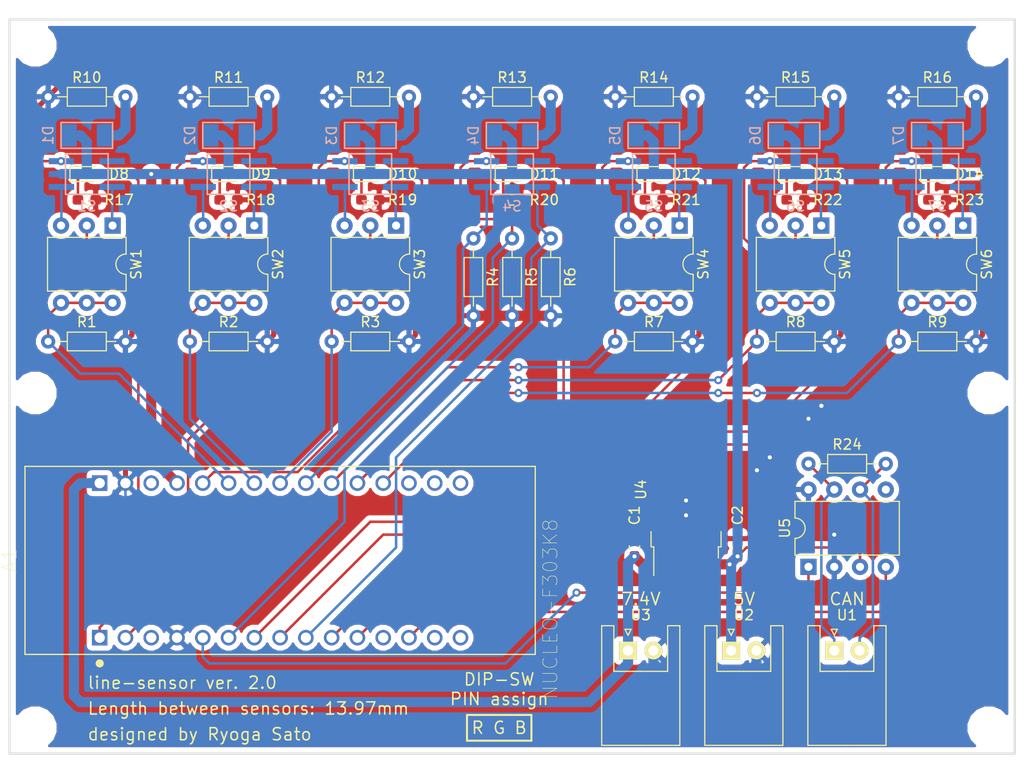
<source format=kicad_pcb>
(kicad_pcb (version 20171130) (host pcbnew "(5.1.2)-1")
  (layers (0 F.Cu signal) (31 B.Cu signal) (34 B.Paste user) (35 F.Paste user) (36 B.SilkS user) (37 F.SilkS user) (38 B.Mask user) (39 F.Mask user) (44 Edge.Cuts user))
  (net 0 "")
  (net 1 SIG_1)
  (net 2 +BATT)
  (net 3 SIG_2)
  (net 4 GND)
  (net 5 "Net-(A1-Pad3.3)")
  (net 6 "Net-(A1-Pad4.3)")
  (net 7 +5V)
  (net 8 CAN_TD)
  (net 9 SIG_3)
  (net 10 OUT_4_G)
  (net 11 OUT_1)
  (net 12 SIG_4)
  (net 13 OUT_2)
  (net 14 SIG_5)
  (net 15 OUT_3)
  (net 16 OUT_4_B)
  (net 17 OUT_4_R)
  (net 18 SIG_6)
  (net 19 OUT_5)
  (net 20 SIG_7)
  (net 21 OUT_6)
  (net 22 "Net-(A1-Pad3.12)")
  (net 23 OUT_7)
  (net 24 CAN_RD)
  (net 25 "Net-(A1-Pad4.13)")
  (net 26 "Net-(A1-Pad3.14)")
  (net 27 "Net-(A1-Pad4.14)")
  (net 28 "Net-(A1-Pad3.15)")
  (net 29 "Net-(A1-Pad4.15)")
  (net 30 "Net-(D1-Pad1)")
  (net 31 "Net-(D2-Pad1)")
  (net 32 "Net-(D3-Pad1)")
  (net 33 "Net-(D4-Pad1)")
  (net 34 "Net-(D5-Pad1)")
  (net 35 "Net-(D6-Pad1)")
  (net 36 "Net-(D7-Pad1)")
  (net 37 "Net-(D8-Pad1)")
  (net 38 "Net-(D9-Pad1)")
  (net 39 "Net-(D10-Pad1)")
  (net 40 "Net-(D11-Pad1)")
  (net 41 "Net-(D12-Pad1)")
  (net 42 "Net-(D13-Pad1)")
  (net 43 "Net-(D14-Pad1)")
  (net 44 CAN_H)
  (net 45 CAN_L)
  (net 46 "Net-(S1-Pad4)")
  (net 47 "Net-(S1-Pad6)")
  (net 48 "Net-(S1-Pad1)")
  (net 49 "Net-(S1-Pad3)")
  (net 50 "Net-(S2-Pad4)")
  (net 51 "Net-(S2-Pad6)")
  (net 52 "Net-(S2-Pad1)")
  (net 53 "Net-(S2-Pad3)")
  (net 54 "Net-(S3-Pad3)")
  (net 55 "Net-(S3-Pad1)")
  (net 56 "Net-(S3-Pad6)")
  (net 57 "Net-(S3-Pad4)")
  (net 58 "Net-(S4-Pad4)")
  (net 59 "Net-(S5-Pad3)")
  (net 60 "Net-(S5-Pad1)")
  (net 61 "Net-(S5-Pad6)")
  (net 62 "Net-(S5-Pad4)")
  (net 63 "Net-(S6-Pad4)")
  (net 64 "Net-(S6-Pad6)")
  (net 65 "Net-(S6-Pad1)")
  (net 66 "Net-(S6-Pad3)")
  (net 67 "Net-(S7-Pad3)")
  (net 68 "Net-(S7-Pad1)")
  (net 69 "Net-(S7-Pad6)")
  (net 70 "Net-(S7-Pad4)")
  (net 71 "Net-(U5-Pad5)")
  (module MyFootprint:JST_XH_S02B-XH-A_02x2.50mm_Angled (layer F.Cu) (at 186.69 119.38)
    (fp_text reference U1 (at 1.25 -3.5) (layer F.SilkS))
    (fp_text value XH_2)
    (pad 1 thru_hole rect (at 0 0) (size 1.75 1.75) (drill 1) (layers *.Cu *.Mask F.SilkS) (net 44 CAN_H))
    (pad 2 thru_hole circle (at 2.5 0) (size 1.75 1.75) (drill 1) (layers *.Cu *.Mask F.SilkS) (net 45 CAN_L))
  )
  (module Package_DIP:DIP-8_W7.62mm (layer F.Cu) (at 184.15 111.125 90)
    (fp_text reference U5 (at 3.81 -2.33 90) (layer F.SilkS))
    (fp_text value MCP2561-E-P)
    (pad 1 thru_hole rect (at 0 0 90) (size 1.6 1.6) (drill 0.8) (layers *.Cu *.Mask) (net 8 CAN_TD))
    (pad 5 thru_hole oval (at 7.62 7.62 90) (size 1.6 1.6) (drill 0.8) (layers *.Cu *.Mask) (net 71 "Net-(U5-Pad5)"))
    (pad 2 thru_hole oval (at 0 2.54 90) (size 1.6 1.6) (drill 0.8) (layers *.Cu *.Mask) (net 4 GND))
    (pad 6 thru_hole oval (at 7.62 5.08 90) (size 1.6 1.6) (drill 0.8) (layers *.Cu *.Mask) (net 45 CAN_L))
    (pad 3 thru_hole oval (at 0 5.08 90) (size 1.6 1.6) (drill 0.8) (layers *.Cu *.Mask) (net 7 +5V))
    (pad 7 thru_hole oval (at 7.62 2.54 90) (size 1.6 1.6) (drill 0.8) (layers *.Cu *.Mask) (net 44 CAN_H))
    (pad 4 thru_hole oval (at 0 7.62 90) (size 1.6 1.6) (drill 0.8) (layers *.Cu *.Mask) (net 24 CAN_RD))
    (pad 8 thru_hole oval (at 7.62 0 90) (size 1.6 1.6) (drill 0.8) (layers *.Cu *.Mask) (net 4 GND))
  )
  (module Resistor_THT:R_Axial_DIN0204_L3.6mm_D1.6mm_P7.62mm_Horizontal (layer F.Cu) (at 151.13 78.74 270)
    (fp_text reference R4 (at 3.81 -1.92 270) (layer F.SilkS))
    (fp_text value R)
    (pad 1 thru_hole circle (at 0 0 270) (size 1.4 1.4) (drill 0.7) (layers *.Cu *.Mask) (net 17 OUT_4_R))
    (pad 2 thru_hole oval (at 7.62 0 270) (size 1.4 1.4) (drill 0.7) (layers *.Cu *.Mask) (net 4 GND))
  )
  (module Package_DIP:DIP-6_W7.62mm (layer F.Cu) (at 143.51 77.47 270)
    (fp_text reference SW3 (at 3.81 -2.33 270) (layer F.SilkS))
    (fp_text value SW_DIP_x03)
    (pad 6 thru_hole oval (at 7.62 0 270) (size 1.6 1.6) (drill 0.8) (layers *.Cu *.Mask) (net 15 OUT_3))
    (pad 3 thru_hole oval (at 0 5.08 270) (size 1.6 1.6) (drill 0.8) (layers *.Cu *.Mask) (net 55 "Net-(S3-Pad1)"))
    (pad 5 thru_hole oval (at 7.62 2.54 270) (size 1.6 1.6) (drill 0.8) (layers *.Cu *.Mask) (net 15 OUT_3))
    (pad 2 thru_hole oval (at 0 2.54 270) (size 1.6 1.6) (drill 0.8) (layers *.Cu *.Mask) (net 54 "Net-(S3-Pad3)"))
    (pad 4 thru_hole oval (at 7.62 5.08 270) (size 1.6 1.6) (drill 0.8) (layers *.Cu *.Mask) (net 15 OUT_3))
    (pad 1 thru_hole rect (at 0 0 270) (size 1.6 1.6) (drill 0.8) (layers *.Cu *.Mask) (net 56 "Net-(S3-Pad6)"))
  )
  (module Package_DIP:DIP-6_W7.62mm (layer F.Cu) (at 199.39 77.47 270)
    (fp_text reference SW6 (at 3.81 -2.33 270) (layer F.SilkS))
    (fp_text value SW_DIP_x03)
    (pad 1 thru_hole rect (at 0 0 270) (size 1.6 1.6) (drill 0.8) (layers *.Cu *.Mask) (net 69 "Net-(S7-Pad6)"))
    (pad 4 thru_hole oval (at 7.62 5.08 270) (size 1.6 1.6) (drill 0.8) (layers *.Cu *.Mask) (net 23 OUT_7))
    (pad 2 thru_hole oval (at 0 2.54 270) (size 1.6 1.6) (drill 0.8) (layers *.Cu *.Mask) (net 67 "Net-(S7-Pad3)"))
    (pad 5 thru_hole oval (at 7.62 2.54 270) (size 1.6 1.6) (drill 0.8) (layers *.Cu *.Mask) (net 23 OUT_7))
    (pad 3 thru_hole oval (at 0 5.08 270) (size 1.6 1.6) (drill 0.8) (layers *.Cu *.Mask) (net 68 "Net-(S7-Pad1)"))
    (pad 6 thru_hole oval (at 7.62 0 270) (size 1.6 1.6) (drill 0.8) (layers *.Cu *.Mask) (net 23 OUT_7))
  )
  (module Capacitor_SMD:C_0603_1608Metric_Pad1.05x0.95mm_HandSolder (layer F.Cu) (at 167.005 109.22 90)
    (fp_text reference C1 (at 3.175 0 90) (layer F.SilkS))
    (fp_text value C)
    (pad 2 smd roundrect (at 0.875 0 90) (size 1.05 0.95) (layers F.Cu F.Paste F.Mask) (net 4 GND))
    (pad 1 smd roundrect (at -0.875 0 90) (size 1.05 0.95) (layers F.Cu F.Paste F.Mask) (net 2 +BATT))
  )
  (module Capacitor_SMD:C_0603_1608Metric_Pad1.05x0.95mm_HandSolder (layer F.Cu) (at 177.165 109.22 90)
    (fp_text reference C2 (at 3.175 0 90) (layer F.SilkS))
    (fp_text value C)
    (pad 1 smd roundrect (at -0.875 0 90) (size 1.05 0.95) (layers F.Cu F.Paste F.Mask) (net 7 +5V))
    (pad 2 smd roundrect (at 0.875 0 90) (size 1.05 0.95) (layers F.Cu F.Paste F.Mask) (net 4 GND))
  )
  (module MyFootprint:OSW5DLS1C1A (layer B.Cu) (at 113.03 68.58 90)
    (fp_text reference D1 (at 0 -3.81 90) (layer B.SilkS) (effects (justify mirror)))
    (fp_text value LED)
    (pad 2 smd rect (at 0 -1.75 90) (size 2.200001 1.524) (layers B.Cu B.Paste B.Mask) (net 7 +5V))
    (pad 1 smd rect (at 0 1.75 90) (size 2.200001 1.524) (layers B.Cu B.Paste B.Mask) (net 30 "Net-(D1-Pad1)"))
  )
  (module MyFootprint:OSW5DLS1C1A (layer B.Cu) (at 127 68.58 90)
    (fp_text reference D2 (at 0 -3.81 90) (layer B.SilkS) (effects (justify mirror)))
    (fp_text value LED)
    (pad 1 smd rect (at 0 1.75 90) (size 2.200001 1.524) (layers B.Cu B.Paste B.Mask) (net 31 "Net-(D2-Pad1)"))
    (pad 2 smd rect (at 0 -1.75 90) (size 2.200001 1.524) (layers B.Cu B.Paste B.Mask) (net 7 +5V))
  )
  (module MyFootprint:OSW5DLS1C1A (layer B.Cu) (at 140.97 68.58 90)
    (fp_text reference D3 (at 0 -3.81 90) (layer B.SilkS) (effects (justify mirror)))
    (fp_text value LED)
    (pad 2 smd rect (at 0 -1.75 90) (size 2.200001 1.524) (layers B.Cu B.Paste B.Mask) (net 7 +5V))
    (pad 1 smd rect (at 0 1.75 90) (size 2.200001 1.524) (layers B.Cu B.Paste B.Mask) (net 32 "Net-(D3-Pad1)"))
  )
  (module MyFootprint:OSW5DLS1C1A (layer B.Cu) (at 154.94 68.58 90)
    (fp_text reference D4 (at 0 -3.81 90) (layer B.SilkS) (effects (justify mirror)))
    (fp_text value LED)
    (pad 1 smd rect (at 0 1.75 90) (size 2.200001 1.524) (layers B.Cu B.Paste B.Mask) (net 33 "Net-(D4-Pad1)"))
    (pad 2 smd rect (at 0 -1.75 90) (size 2.200001 1.524) (layers B.Cu B.Paste B.Mask) (net 7 +5V))
  )
  (module MyFootprint:OSW5DLS1C1A (layer B.Cu) (at 168.91 68.58 90)
    (fp_text reference D5 (at 0 -3.81 90) (layer B.SilkS) (effects (justify mirror)))
    (fp_text value LED)
    (pad 2 smd rect (at 0 -1.75 90) (size 2.200001 1.524) (layers B.Cu B.Paste B.Mask) (net 7 +5V))
    (pad 1 smd rect (at 0 1.75 90) (size 2.200001 1.524) (layers B.Cu B.Paste B.Mask) (net 34 "Net-(D5-Pad1)"))
  )
  (module MyFootprint:OSW5DLS1C1A (layer B.Cu) (at 182.725 68.58 90)
    (fp_text reference D6 (at 0 -3.81 90) (layer B.SilkS) (effects (justify mirror)))
    (fp_text value LED)
    (pad 2 smd rect (at 0 -1.75 90) (size 2.200001 1.524) (layers B.Cu B.Paste B.Mask) (net 7 +5V))
    (pad 1 smd rect (at 0 1.75 90) (size 2.200001 1.524) (layers B.Cu B.Paste B.Mask) (net 35 "Net-(D6-Pad1)"))
  )
  (module MyFootprint:OSW5DLS1C1A (layer B.Cu) (at 196.85 68.58 90)
    (fp_text reference D7 (at 0 -3.81 90) (layer B.SilkS) (effects (justify mirror)))
    (fp_text value LED)
    (pad 1 smd rect (at 0 1.75 90) (size 2.200001 1.524) (layers B.Cu B.Paste B.Mask) (net 36 "Net-(D7-Pad1)"))
    (pad 2 smd rect (at 0 -1.75 90) (size 2.200001 1.524) (layers B.Cu B.Paste B.Mask) (net 7 +5V))
  )
  (module LED_SMD:LED_0603_1608Metric_Pad1.05x0.95mm_HandSolder (layer F.Cu) (at 113.03 72.39)
    (fp_text reference D8 (at 3.175 0) (layer F.SilkS))
    (fp_text value LED)
    (pad 1 smd roundrect (at -0.875 0) (size 1.05 0.95) (layers F.Cu F.Paste F.Mask) (net 37 "Net-(D8-Pad1)"))
    (pad 2 smd roundrect (at 0.875 0) (size 1.05 0.95) (layers F.Cu F.Paste F.Mask) (net 1 SIG_1))
  )
  (module LED_SMD:LED_0603_1608Metric_Pad1.05x0.95mm_HandSolder (layer F.Cu) (at 127 72.39)
    (fp_text reference D9 (at 3.175 0) (layer F.SilkS))
    (fp_text value LED)
    (pad 2 smd roundrect (at 0.875 0) (size 1.05 0.95) (layers F.Cu F.Paste F.Mask) (net 3 SIG_2))
    (pad 1 smd roundrect (at -0.875 0) (size 1.05 0.95) (layers F.Cu F.Paste F.Mask) (net 38 "Net-(D9-Pad1)"))
  )
  (module LED_SMD:LED_0603_1608Metric_Pad1.05x0.95mm_HandSolder (layer F.Cu) (at 140.97 72.39)
    (fp_text reference D10 (at 3.175 0) (layer F.SilkS))
    (fp_text value LED)
    (pad 1 smd roundrect (at -0.875 0) (size 1.05 0.95) (layers F.Cu F.Paste F.Mask) (net 39 "Net-(D10-Pad1)"))
    (pad 2 smd roundrect (at 0.875 0) (size 1.05 0.95) (layers F.Cu F.Paste F.Mask) (net 9 SIG_3))
  )
  (module LED_SMD:LED_0603_1608Metric_Pad1.05x0.95mm_HandSolder (layer F.Cu) (at 154.94 72.39)
    (fp_text reference D11 (at 3.175 0) (layer F.SilkS))
    (fp_text value LED)
    (pad 2 smd roundrect (at 0.875 0) (size 1.05 0.95) (layers F.Cu F.Paste F.Mask) (net 12 SIG_4))
    (pad 1 smd roundrect (at -0.875 0) (size 1.05 0.95) (layers F.Cu F.Paste F.Mask) (net 40 "Net-(D11-Pad1)"))
  )
  (module LED_SMD:LED_0603_1608Metric_Pad1.05x0.95mm_HandSolder (layer F.Cu) (at 168.91 72.39)
    (fp_text reference D12 (at 3.175 0) (layer F.SilkS))
    (fp_text value LED)
    (pad 1 smd roundrect (at -0.875 0) (size 1.05 0.95) (layers F.Cu F.Paste F.Mask) (net 41 "Net-(D12-Pad1)"))
    (pad 2 smd roundrect (at 0.875 0) (size 1.05 0.95) (layers F.Cu F.Paste F.Mask) (net 14 SIG_5))
  )
  (module LED_SMD:LED_0603_1608Metric_Pad1.05x0.95mm_HandSolder (layer F.Cu) (at 182.88 72.39)
    (fp_text reference D13 (at 3.175 0) (layer F.SilkS))
    (fp_text value LED)
    (pad 2 smd roundrect (at 0.875 0) (size 1.05 0.95) (layers F.Cu F.Paste F.Mask) (net 18 SIG_6))
    (pad 1 smd roundrect (at -0.875 0) (size 1.05 0.95) (layers F.Cu F.Paste F.Mask) (net 42 "Net-(D13-Pad1)"))
  )
  (module LED_SMD:LED_0603_1608Metric_Pad1.05x0.95mm_HandSolder (layer F.Cu) (at 196.85 72.39)
    (fp_text reference D14 (at 3.175 0) (layer F.SilkS))
    (fp_text value LED)
    (pad 1 smd roundrect (at -0.875 0) (size 1.05 0.95) (layers F.Cu F.Paste F.Mask) (net 43 "Net-(D14-Pad1)"))
    (pad 2 smd roundrect (at 0.875 0) (size 1.05 0.95) (layers F.Cu F.Paste F.Mask) (net 20 SIG_7))
  )
  (module Resistor_THT:R_Axial_DIN0204_L3.6mm_D1.6mm_P7.62mm_Horizontal (layer F.Cu) (at 109.22 88.9)
    (fp_text reference R1 (at 3.81 -1.92) (layer F.SilkS))
    (fp_text value R)
    (pad 1 thru_hole circle (at 0 0) (size 1.4 1.4) (drill 0.7) (layers *.Cu *.Mask) (net 11 OUT_1))
    (pad 2 thru_hole oval (at 7.62 0) (size 1.4 1.4) (drill 0.7) (layers *.Cu *.Mask) (net 4 GND))
  )
  (module Resistor_THT:R_Axial_DIN0204_L3.6mm_D1.6mm_P7.62mm_Horizontal (layer F.Cu) (at 123.19 88.9)
    (fp_text reference R2 (at 3.81 -1.92) (layer F.SilkS))
    (fp_text value R)
    (pad 2 thru_hole oval (at 7.62 0) (size 1.4 1.4) (drill 0.7) (layers *.Cu *.Mask) (net 4 GND))
    (pad 1 thru_hole circle (at 0 0) (size 1.4 1.4) (drill 0.7) (layers *.Cu *.Mask) (net 13 OUT_2))
  )
  (module Resistor_THT:R_Axial_DIN0204_L3.6mm_D1.6mm_P7.62mm_Horizontal (layer F.Cu) (at 137.16 88.9)
    (fp_text reference R3 (at 3.81 -1.92) (layer F.SilkS))
    (fp_text value R)
    (pad 1 thru_hole circle (at 0 0) (size 1.4 1.4) (drill 0.7) (layers *.Cu *.Mask) (net 15 OUT_3))
    (pad 2 thru_hole oval (at 7.62 0) (size 1.4 1.4) (drill 0.7) (layers *.Cu *.Mask) (net 4 GND))
  )
  (module Resistor_THT:R_Axial_DIN0204_L3.6mm_D1.6mm_P7.62mm_Horizontal (layer F.Cu) (at 154.94 78.74 270)
    (fp_text reference R5 (at 3.81 -1.92 270) (layer F.SilkS))
    (fp_text value R)
    (pad 1 thru_hole circle (at 0 0 270) (size 1.4 1.4) (drill 0.7) (layers *.Cu *.Mask) (net 10 OUT_4_G))
    (pad 2 thru_hole oval (at 7.62 0 270) (size 1.4 1.4) (drill 0.7) (layers *.Cu *.Mask) (net 4 GND))
  )
  (module Resistor_THT:R_Axial_DIN0204_L3.6mm_D1.6mm_P7.62mm_Horizontal (layer F.Cu) (at 158.75 78.74 270)
    (fp_text reference R6 (at 3.81 -1.92 270) (layer F.SilkS))
    (fp_text value R)
    (pad 1 thru_hole circle (at 0 0 270) (size 1.4 1.4) (drill 0.7) (layers *.Cu *.Mask) (net 16 OUT_4_B))
    (pad 2 thru_hole oval (at 7.62 0 270) (size 1.4 1.4) (drill 0.7) (layers *.Cu *.Mask) (net 4 GND))
  )
  (module Resistor_THT:R_Axial_DIN0204_L3.6mm_D1.6mm_P7.62mm_Horizontal (layer F.Cu) (at 165.1 88.9)
    (fp_text reference R7 (at 3.81 -1.92) (layer F.SilkS))
    (fp_text value R)
    (pad 2 thru_hole oval (at 7.62 0) (size 1.4 1.4) (drill 0.7) (layers *.Cu *.Mask) (net 4 GND))
    (pad 1 thru_hole circle (at 0 0) (size 1.4 1.4) (drill 0.7) (layers *.Cu *.Mask) (net 19 OUT_5))
  )
  (module Resistor_THT:R_Axial_DIN0204_L3.6mm_D1.6mm_P7.62mm_Horizontal (layer F.Cu) (at 179.07 88.9)
    (fp_text reference R8 (at 3.81 -1.92) (layer F.SilkS))
    (fp_text value R)
    (pad 1 thru_hole circle (at 0 0) (size 1.4 1.4) (drill 0.7) (layers *.Cu *.Mask) (net 21 OUT_6))
    (pad 2 thru_hole oval (at 7.62 0) (size 1.4 1.4) (drill 0.7) (layers *.Cu *.Mask) (net 4 GND))
  )
  (module Resistor_THT:R_Axial_DIN0204_L3.6mm_D1.6mm_P7.62mm_Horizontal (layer F.Cu) (at 193.04 88.9)
    (fp_text reference R9 (at 3.81 -1.92) (layer F.SilkS))
    (fp_text value R)
    (pad 2 thru_hole oval (at 7.62 0) (size 1.4 1.4) (drill 0.7) (layers *.Cu *.Mask) (net 4 GND))
    (pad 1 thru_hole circle (at 0 0) (size 1.4 1.4) (drill 0.7) (layers *.Cu *.Mask) (net 23 OUT_7))
  )
  (module Resistor_THT:R_Axial_DIN0204_L3.6mm_D1.6mm_P7.62mm_Horizontal (layer F.Cu) (at 116.84 64.77 180)
    (fp_text reference R10 (at 3.81 1.905 180) (layer F.SilkS))
    (fp_text value R)
    (pad 2 thru_hole oval (at 7.62 0 180) (size 1.4 1.4) (drill 0.7) (layers *.Cu *.Mask) (net 4 GND))
    (pad 1 thru_hole circle (at 0 0 180) (size 1.4 1.4) (drill 0.7) (layers *.Cu *.Mask) (net 30 "Net-(D1-Pad1)"))
  )
  (module Resistor_THT:R_Axial_DIN0204_L3.6mm_D1.6mm_P7.62mm_Horizontal (layer F.Cu) (at 130.81 64.77 180)
    (fp_text reference R11 (at 3.81 1.905 180) (layer F.SilkS))
    (fp_text value R)
    (pad 2 thru_hole oval (at 7.62 0 180) (size 1.4 1.4) (drill 0.7) (layers *.Cu *.Mask) (net 4 GND))
    (pad 1 thru_hole circle (at 0 0 180) (size 1.4 1.4) (drill 0.7) (layers *.Cu *.Mask) (net 31 "Net-(D2-Pad1)"))
  )
  (module Resistor_THT:R_Axial_DIN0204_L3.6mm_D1.6mm_P7.62mm_Horizontal (layer F.Cu) (at 144.78 64.77 180)
    (fp_text reference R12 (at 3.81 1.905 180) (layer F.SilkS))
    (fp_text value R)
    (pad 2 thru_hole oval (at 7.62 0 180) (size 1.4 1.4) (drill 0.7) (layers *.Cu *.Mask) (net 4 GND))
    (pad 1 thru_hole circle (at 0 0 180) (size 1.4 1.4) (drill 0.7) (layers *.Cu *.Mask) (net 32 "Net-(D3-Pad1)"))
  )
  (module Resistor_THT:R_Axial_DIN0204_L3.6mm_D1.6mm_P7.62mm_Horizontal (layer F.Cu) (at 158.75 64.77 180)
    (fp_text reference R13 (at 3.81 1.905 180) (layer F.SilkS))
    (fp_text value R)
    (pad 1 thru_hole circle (at 0 0 180) (size 1.4 1.4) (drill 0.7) (layers *.Cu *.Mask) (net 33 "Net-(D4-Pad1)"))
    (pad 2 thru_hole oval (at 7.62 0 180) (size 1.4 1.4) (drill 0.7) (layers *.Cu *.Mask) (net 4 GND))
  )
  (module Resistor_THT:R_Axial_DIN0204_L3.6mm_D1.6mm_P7.62mm_Horizontal (layer F.Cu) (at 172.72 64.77 180)
    (fp_text reference R14 (at 3.81 1.905 180) (layer F.SilkS))
    (fp_text value R)
    (pad 2 thru_hole oval (at 7.62 0 180) (size 1.4 1.4) (drill 0.7) (layers *.Cu *.Mask) (net 4 GND))
    (pad 1 thru_hole circle (at 0 0 180) (size 1.4 1.4) (drill 0.7) (layers *.Cu *.Mask) (net 34 "Net-(D5-Pad1)"))
  )
  (module Resistor_THT:R_Axial_DIN0204_L3.6mm_D1.6mm_P7.62mm_Horizontal (layer F.Cu) (at 186.69 64.77 180)
    (fp_text reference R15 (at 3.81 1.905 180) (layer F.SilkS))
    (fp_text value R)
    (pad 1 thru_hole circle (at 0 0 180) (size 1.4 1.4) (drill 0.7) (layers *.Cu *.Mask) (net 35 "Net-(D6-Pad1)"))
    (pad 2 thru_hole oval (at 7.62 0 180) (size 1.4 1.4) (drill 0.7) (layers *.Cu *.Mask) (net 4 GND))
  )
  (module Resistor_THT:R_Axial_DIN0204_L3.6mm_D1.6mm_P7.62mm_Horizontal (layer F.Cu) (at 200.66 64.77 180)
    (fp_text reference R16 (at 3.81 1.905 180) (layer F.SilkS))
    (fp_text value R)
    (pad 1 thru_hole circle (at 0 0 180) (size 1.4 1.4) (drill 0.7) (layers *.Cu *.Mask) (net 36 "Net-(D7-Pad1)"))
    (pad 2 thru_hole oval (at 7.62 0 180) (size 1.4 1.4) (drill 0.7) (layers *.Cu *.Mask) (net 4 GND))
  )
  (module Resistor_SMD:R_0603_1608Metric_Pad1.05x0.95mm_HandSolder (layer F.Cu) (at 113.03 74.93)
    (fp_text reference R17 (at 3.175 0) (layer F.SilkS))
    (fp_text value R)
    (pad 1 smd roundrect (at -0.875 0) (size 1.05 0.95) (layers F.Cu F.Paste F.Mask) (net 37 "Net-(D8-Pad1)"))
    (pad 2 smd roundrect (at 0.875 0) (size 1.05 0.95) (layers F.Cu F.Paste F.Mask) (net 4 GND))
  )
  (module Resistor_SMD:R_0603_1608Metric_Pad1.05x0.95mm_HandSolder (layer F.Cu) (at 127 74.93)
    (fp_text reference R18 (at 3.175 0) (layer F.SilkS))
    (fp_text value R)
    (pad 2 smd roundrect (at 0.875 0) (size 1.05 0.95) (layers F.Cu F.Paste F.Mask) (net 4 GND))
    (pad 1 smd roundrect (at -0.875 0) (size 1.05 0.95) (layers F.Cu F.Paste F.Mask) (net 38 "Net-(D9-Pad1)"))
  )
  (module Resistor_SMD:R_0603_1608Metric_Pad1.05x0.95mm_HandSolder (layer F.Cu) (at 140.97 74.93)
    (fp_text reference R19 (at 3.175 0) (layer F.SilkS))
    (fp_text value R)
    (pad 1 smd roundrect (at -0.875 0) (size 1.05 0.95) (layers F.Cu F.Paste F.Mask) (net 39 "Net-(D10-Pad1)"))
    (pad 2 smd roundrect (at 0.875 0) (size 1.05 0.95) (layers F.Cu F.Paste F.Mask) (net 4 GND))
  )
  (module Resistor_SMD:R_0603_1608Metric_Pad1.05x0.95mm_HandSolder (layer F.Cu) (at 154.94 74.93)
    (fp_text reference R20 (at 3.175 0) (layer F.SilkS))
    (fp_text value R)
    (pad 1 smd roundrect (at -0.875 0) (size 1.05 0.95) (layers F.Cu F.Paste F.Mask) (net 40 "Net-(D11-Pad1)"))
    (pad 2 smd roundrect (at 0.875 0) (size 1.05 0.95) (layers F.Cu F.Paste F.Mask) (net 4 GND))
  )
  (module Resistor_SMD:R_0603_1608Metric_Pad1.05x0.95mm_HandSolder (layer F.Cu) (at 168.91 74.93)
    (fp_text reference R21 (at 3.175 0) (layer F.SilkS))
    (fp_text value R)
    (pad 1 smd roundrect (at -0.875 0) (size 1.05 0.95) (layers F.Cu F.Paste F.Mask) (net 41 "Net-(D12-Pad1)"))
    (pad 2 smd roundrect (at 0.875 0) (size 1.05 0.95) (layers F.Cu F.Paste F.Mask) (net 4 GND))
  )
  (module Resistor_SMD:R_0603_1608Metric_Pad1.05x0.95mm_HandSolder (layer F.Cu) (at 182.88 74.93)
    (fp_text reference R22 (at 3.175 0) (layer F.SilkS))
    (fp_text value R)
    (pad 2 smd roundrect (at 0.875 0) (size 1.05 0.95) (layers F.Cu F.Paste F.Mask) (net 4 GND))
    (pad 1 smd roundrect (at -0.875 0) (size 1.05 0.95) (layers F.Cu F.Paste F.Mask) (net 42 "Net-(D13-Pad1)"))
  )
  (module Resistor_SMD:R_0603_1608Metric_Pad1.05x0.95mm_HandSolder (layer F.Cu) (at 196.85 74.93)
    (fp_text reference R23 (at 3.175 0) (layer F.SilkS))
    (fp_text value R)
    (pad 2 smd roundrect (at 0.875 0) (size 1.05 0.95) (layers F.Cu F.Paste F.Mask) (net 4 GND))
    (pad 1 smd roundrect (at -0.875 0) (size 1.05 0.95) (layers F.Cu F.Paste F.Mask) (net 43 "Net-(D14-Pad1)"))
  )
  (module Resistor_THT:R_Axial_DIN0204_L3.6mm_D1.6mm_P7.62mm_Horizontal (layer F.Cu) (at 191.77 100.965 180)
    (fp_text reference R24 (at 3.81 1.905 180) (layer F.SilkS))
    (fp_text value R)
    (pad 2 thru_hole oval (at 7.62 0 180) (size 1.4 1.4) (drill 0.7) (layers *.Cu *.Mask) (net 44 CAN_H))
    (pad 1 thru_hole circle (at 0 0 180) (size 1.4 1.4) (drill 0.7) (layers *.Cu *.Mask) (net 45 CAN_L))
  )
  (module MyFootprint:S9032-02 (layer B.Cu) (at 113.03 72.39)
    (fp_text reference S1 (at 0 3.175) (layer B.SilkS) (effects (justify mirror)))
    (fp_text value S9032-02)
    (pad 4 smd rect (at 2.5 -1.27) (size 2.5 0.6) (layers B.Cu B.Paste B.Mask) (net 46 "Net-(S1-Pad4)"))
    (pad 5 smd rect (at 2.5 0) (size 2.5 0.6) (layers B.Cu B.Paste B.Mask) (net 7 +5V))
    (pad 6 smd rect (at 2.5 1.27) (size 2.5 0.6) (layers B.Cu B.Paste B.Mask) (net 47 "Net-(S1-Pad6)"))
    (pad 1 smd rect (at -2.5 1.27) (size 2.5 0.6) (layers B.Cu B.Paste B.Mask) (net 48 "Net-(S1-Pad1)"))
    (pad 3 smd rect (at -2.5 -1.27) (size 2.5 0.6) (layers B.Cu B.Paste B.Mask) (net 49 "Net-(S1-Pad3)"))
    (pad 2 smd rect (at -2.5 0) (size 2.5 0.6) (layers B.Cu B.Paste B.Mask) (net 7 +5V))
  )
  (module MyFootprint:S9032-02 (layer B.Cu) (at 127 72.39)
    (fp_text reference S2 (at 0 3.175) (layer B.SilkS) (effects (justify mirror)))
    (fp_text value S9032-02)
    (pad 4 smd rect (at 2.5 -1.27) (size 2.5 0.6) (layers B.Cu B.Paste B.Mask) (net 50 "Net-(S2-Pad4)"))
    (pad 5 smd rect (at 2.5 0) (size 2.5 0.6) (layers B.Cu B.Paste B.Mask) (net 7 +5V))
    (pad 6 smd rect (at 2.5 1.27) (size 2.5 0.6) (layers B.Cu B.Paste B.Mask) (net 51 "Net-(S2-Pad6)"))
    (pad 1 smd rect (at -2.5 1.27) (size 2.5 0.6) (layers B.Cu B.Paste B.Mask) (net 52 "Net-(S2-Pad1)"))
    (pad 3 smd rect (at -2.5 -1.27) (size 2.5 0.6) (layers B.Cu B.Paste B.Mask) (net 53 "Net-(S2-Pad3)"))
    (pad 2 smd rect (at -2.5 0) (size 2.5 0.6) (layers B.Cu B.Paste B.Mask) (net 7 +5V))
  )
  (module MyFootprint:S9032-02 (layer B.Cu) (at 140.97 72.39)
    (fp_text reference S3 (at 0 3.175) (layer B.SilkS) (effects (justify mirror)))
    (fp_text value S9032-02)
    (pad 2 smd rect (at -2.5 0) (size 2.5 0.6) (layers B.Cu B.Paste B.Mask) (net 7 +5V))
    (pad 3 smd rect (at -2.5 -1.27) (size 2.5 0.6) (layers B.Cu B.Paste B.Mask) (net 54 "Net-(S3-Pad3)"))
    (pad 1 smd rect (at -2.5 1.27) (size 2.5 0.6) (layers B.Cu B.Paste B.Mask) (net 55 "Net-(S3-Pad1)"))
    (pad 6 smd rect (at 2.5 1.27) (size 2.5 0.6) (layers B.Cu B.Paste B.Mask) (net 56 "Net-(S3-Pad6)"))
    (pad 5 smd rect (at 2.5 0) (size 2.5 0.6) (layers B.Cu B.Paste B.Mask) (net 7 +5V))
    (pad 4 smd rect (at 2.5 -1.27) (size 2.5 0.6) (layers B.Cu B.Paste B.Mask) (net 57 "Net-(S3-Pad4)"))
  )
  (module MyFootprint:S9032-02 (layer B.Cu) (at 154.94 72.39)
    (fp_text reference S4 (at 0 3.175) (layer B.SilkS) (effects (justify mirror)))
    (fp_text value S9032-02)
    (pad 4 smd rect (at 2.5 -1.27) (size 2.5 0.6) (layers B.Cu B.Paste B.Mask) (net 58 "Net-(S4-Pad4)"))
    (pad 5 smd rect (at 2.5 0) (size 2.5 0.6) (layers B.Cu B.Paste B.Mask) (net 7 +5V))
    (pad 6 smd rect (at 2.5 1.27) (size 2.5 0.6) (layers B.Cu B.Paste B.Mask) (net 16 OUT_4_B))
    (pad 1 smd rect (at -2.5 1.27) (size 2.5 0.6) (layers B.Cu B.Paste B.Mask) (net 17 OUT_4_R))
    (pad 3 smd rect (at -2.5 -1.27) (size 2.5 0.6) (layers B.Cu B.Paste B.Mask) (net 10 OUT_4_G))
    (pad 2 smd rect (at -2.5 0) (size 2.5 0.6) (layers B.Cu B.Paste B.Mask) (net 7 +5V))
  )
  (module MyFootprint:S9032-02 (layer B.Cu) (at 168.91 72.39)
    (fp_text reference S5 (at 0 3.175) (layer B.SilkS) (effects (justify mirror)))
    (fp_text value S9032-02)
    (pad 2 smd rect (at -2.5 0) (size 2.5 0.6) (layers B.Cu B.Paste B.Mask) (net 7 +5V))
    (pad 3 smd rect (at -2.5 -1.27) (size 2.5 0.6) (layers B.Cu B.Paste B.Mask) (net 59 "Net-(S5-Pad3)"))
    (pad 1 smd rect (at -2.5 1.27) (size 2.5 0.6) (layers B.Cu B.Paste B.Mask) (net 60 "Net-(S5-Pad1)"))
    (pad 6 smd rect (at 2.5 1.27) (size 2.5 0.6) (layers B.Cu B.Paste B.Mask) (net 61 "Net-(S5-Pad6)"))
    (pad 5 smd rect (at 2.5 0) (size 2.5 0.6) (layers B.Cu B.Paste B.Mask) (net 7 +5V))
    (pad 4 smd rect (at 2.5 -1.27) (size 2.5 0.6) (layers B.Cu B.Paste B.Mask) (net 62 "Net-(S5-Pad4)"))
  )
  (module MyFootprint:S9032-02 (layer B.Cu) (at 182.88 72.39)
    (fp_text reference S6 (at 0 3.175) (layer B.SilkS) (effects (justify mirror)))
    (fp_text value S9032-02)
    (pad 4 smd rect (at 2.5 -1.27) (size 2.5 0.6) (layers B.Cu B.Paste B.Mask) (net 63 "Net-(S6-Pad4)"))
    (pad 5 smd rect (at 2.5 0) (size 2.5 0.6) (layers B.Cu B.Paste B.Mask) (net 7 +5V))
    (pad 6 smd rect (at 2.5 1.27) (size 2.5 0.6) (layers B.Cu B.Paste B.Mask) (net 64 "Net-(S6-Pad6)"))
    (pad 1 smd rect (at -2.5 1.27) (size 2.5 0.6) (layers B.Cu B.Paste B.Mask) (net 65 "Net-(S6-Pad1)"))
    (pad 3 smd rect (at -2.5 -1.27) (size 2.5 0.6) (layers B.Cu B.Paste B.Mask) (net 66 "Net-(S6-Pad3)"))
    (pad 2 smd rect (at -2.5 0) (size 2.5 0.6) (layers B.Cu B.Paste B.Mask) (net 7 +5V))
  )
  (module MyFootprint:S9032-02 (layer B.Cu) (at 196.85 72.39)
    (fp_text reference S7 (at 0 3.175) (layer B.SilkS) (effects (justify mirror)))
    (fp_text value S9032-02)
    (pad 2 smd rect (at -2.5 0) (size 2.5 0.6) (layers B.Cu B.Paste B.Mask) (net 7 +5V))
    (pad 3 smd rect (at -2.5 -1.27) (size 2.5 0.6) (layers B.Cu B.Paste B.Mask) (net 67 "Net-(S7-Pad3)"))
    (pad 1 smd rect (at -2.5 1.27) (size 2.5 0.6) (layers B.Cu B.Paste B.Mask) (net 68 "Net-(S7-Pad1)"))
    (pad 6 smd rect (at 2.5 1.27) (size 2.5 0.6) (layers B.Cu B.Paste B.Mask) (net 69 "Net-(S7-Pad6)"))
    (pad 5 smd rect (at 2.5 0) (size 2.5 0.6) (layers B.Cu B.Paste B.Mask) (net 7 +5V))
    (pad 4 smd rect (at 2.5 -1.27) (size 2.5 0.6) (layers B.Cu B.Paste B.Mask) (net 70 "Net-(S7-Pad4)"))
  )
  (module Package_DIP:DIP-6_W7.62mm (layer F.Cu) (at 115.57 77.47 270)
    (fp_text reference SW1 (at 3.81 -2.33 270) (layer F.SilkS))
    (fp_text value SW_DIP_x03)
    (pad 6 thru_hole oval (at 7.62 0 270) (size 1.6 1.6) (drill 0.8) (layers *.Cu *.Mask) (net 11 OUT_1))
    (pad 3 thru_hole oval (at 0 5.08 270) (size 1.6 1.6) (drill 0.8) (layers *.Cu *.Mask) (net 48 "Net-(S1-Pad1)"))
    (pad 5 thru_hole oval (at 7.62 2.54 270) (size 1.6 1.6) (drill 0.8) (layers *.Cu *.Mask) (net 11 OUT_1))
    (pad 2 thru_hole oval (at 0 2.54 270) (size 1.6 1.6) (drill 0.8) (layers *.Cu *.Mask) (net 49 "Net-(S1-Pad3)"))
    (pad 4 thru_hole oval (at 7.62 5.08 270) (size 1.6 1.6) (drill 0.8) (layers *.Cu *.Mask) (net 11 OUT_1))
    (pad 1 thru_hole rect (at 0 0 270) (size 1.6 1.6) (drill 0.8) (layers *.Cu *.Mask) (net 47 "Net-(S1-Pad6)"))
  )
  (module Package_DIP:DIP-6_W7.62mm (layer F.Cu) (at 129.54 77.47 270)
    (fp_text reference SW2 (at 3.81 -2.33 270) (layer F.SilkS))
    (fp_text value SW_DIP_x03)
    (pad 1 thru_hole rect (at 0 0 270) (size 1.6 1.6) (drill 0.8) (layers *.Cu *.Mask) (net 51 "Net-(S2-Pad6)"))
    (pad 4 thru_hole oval (at 7.62 5.08 270) (size 1.6 1.6) (drill 0.8) (layers *.Cu *.Mask) (net 13 OUT_2))
    (pad 2 thru_hole oval (at 0 2.54 270) (size 1.6 1.6) (drill 0.8) (layers *.Cu *.Mask) (net 53 "Net-(S2-Pad3)"))
    (pad 5 thru_hole oval (at 7.62 2.54 270) (size 1.6 1.6) (drill 0.8) (layers *.Cu *.Mask) (net 13 OUT_2))
    (pad 3 thru_hole oval (at 0 5.08 270) (size 1.6 1.6) (drill 0.8) (layers *.Cu *.Mask) (net 52 "Net-(S2-Pad1)"))
    (pad 6 thru_hole oval (at 7.62 0 270) (size 1.6 1.6) (drill 0.8) (layers *.Cu *.Mask) (net 13 OUT_2))
  )
  (module Package_DIP:DIP-6_W7.62mm (layer F.Cu) (at 171.45 77.47 270)
    (fp_text reference SW4 (at 3.81 -2.33 270) (layer F.SilkS))
    (fp_text value SW_DIP_x03)
    (pad 1 thru_hole rect (at 0 0 270) (size 1.6 1.6) (drill 0.8) (layers *.Cu *.Mask) (net 61 "Net-(S5-Pad6)"))
    (pad 4 thru_hole oval (at 7.62 5.08 270) (size 1.6 1.6) (drill 0.8) (layers *.Cu *.Mask) (net 19 OUT_5))
    (pad 2 thru_hole oval (at 0 2.54 270) (size 1.6 1.6) (drill 0.8) (layers *.Cu *.Mask) (net 59 "Net-(S5-Pad3)"))
    (pad 5 thru_hole oval (at 7.62 2.54 270) (size 1.6 1.6) (drill 0.8) (layers *.Cu *.Mask) (net 19 OUT_5))
    (pad 3 thru_hole oval (at 0 5.08 270) (size 1.6 1.6) (drill 0.8) (layers *.Cu *.Mask) (net 60 "Net-(S5-Pad1)"))
    (pad 6 thru_hole oval (at 7.62 0 270) (size 1.6 1.6) (drill 0.8) (layers *.Cu *.Mask) (net 19 OUT_5))
  )
  (module Package_DIP:DIP-6_W7.62mm (layer F.Cu) (at 185.42 77.47 270)
    (fp_text reference SW5 (at 3.81 -2.33 270) (layer F.SilkS))
    (fp_text value SW_DIP_x03)
    (pad 6 thru_hole oval (at 7.62 0 270) (size 1.6 1.6) (drill 0.8) (layers *.Cu *.Mask) (net 21 OUT_6))
    (pad 3 thru_hole oval (at 0 5.08 270) (size 1.6 1.6) (drill 0.8) (layers *.Cu *.Mask) (net 65 "Net-(S6-Pad1)"))
    (pad 5 thru_hole oval (at 7.62 2.54 270) (size 1.6 1.6) (drill 0.8) (layers *.Cu *.Mask) (net 21 OUT_6))
    (pad 2 thru_hole oval (at 0 2.54 270) (size 1.6 1.6) (drill 0.8) (layers *.Cu *.Mask) (net 66 "Net-(S6-Pad3)"))
    (pad 4 thru_hole oval (at 7.62 5.08 270) (size 1.6 1.6) (drill 0.8) (layers *.Cu *.Mask) (net 21 OUT_6))
    (pad 1 thru_hole rect (at 0 0 270) (size 1.6 1.6) (drill 0.8) (layers *.Cu *.Mask) (net 64 "Net-(S6-Pad6)"))
  )
  (module MyFootprint:JST_XH_S02B-XH-A_02x2.50mm_Angled (layer F.Cu) (at 176.53 119.38)
    (fp_text reference U2 (at 1.25 -3.5) (layer F.SilkS))
    (fp_text value XH_2)
    (pad 2 thru_hole circle (at 2.5 0) (size 1.75 1.75) (drill 1) (layers *.Cu *.Mask F.SilkS) (net 4 GND))
    (pad 1 thru_hole rect (at 0 0) (size 1.75 1.75) (drill 1) (layers *.Cu *.Mask F.SilkS) (net 7 +5V))
  )
  (module MyFootprint:JST_XH_S02B-XH-A_02x2.50mm_Angled (layer F.Cu) (at 166.37 119.38)
    (fp_text reference U3 (at 1.25 -3.5) (layer F.SilkS))
    (fp_text value XH_2)
    (pad 1 thru_hole rect (at 0 0) (size 1.75 1.75) (drill 1) (layers *.Cu *.Mask F.SilkS) (net 2 +BATT))
    (pad 2 thru_hole circle (at 2.5 0) (size 1.75 1.75) (drill 1) (layers *.Cu *.Mask F.SilkS) (net 4 GND))
  )
  (module Package_TO_SOT_SMD:TO-252-2 (layer F.Cu) (at 172.085 106.68 90)
    (fp_text reference U4 (at 3.175 -4.445 90) (layer F.SilkS))
    (fp_text value NJM7800SDL1)
    (pad 1 smd rect (at -4.2 -2.28 90) (size 2.2 1.2) (layers F.Cu F.Paste F.Mask) (net 2 +BATT))
    (pad 3 smd rect (at -4.2 2.28 90) (size 2.2 1.2) (layers F.Cu F.Paste F.Mask) (net 7 +5V))
    (pad 2 smd rect (at 2.1 0 90) (size 6.4 5.8) (layers F.Cu F.Mask) (net 4 GND))
  )
  (module MountingHole:MountingHole_3.2mm_M3 (layer F.Cu) (at 107.95 59.69)
    (fp_text reference "" (at 0 -4.2) (layer F.SilkS))
    (fp_text value MountingHole_3.2mm_M3)
    (pad 1 np_thru_hole circle (at 0 0) (size 3.2 3.2) (drill 3.2) (layers *.Cu *.Mask))
  )
  (module MountingHole:MountingHole_3.2mm_M3 (layer F.Cu) (at 201.93 59.69)
    (fp_text reference "" (at 0 -4.2) (layer F.SilkS))
    (fp_text value MountingHole_3.2mm_M3)
    (pad 1 np_thru_hole circle (at 0 0) (size 3.2 3.2) (drill 3.2) (layers *.Cu *.Mask))
  )
  (module MountingHole:MountingHole_3.2mm_M3 (layer F.Cu) (at 201.93 93.98)
    (fp_text reference "" (at 0 -4.2) (layer F.SilkS))
    (fp_text value MountingHole_3.2mm_M3)
    (pad 1 np_thru_hole circle (at 0 0) (size 3.2 3.2) (drill 3.2) (layers *.Cu *.Mask))
  )
  (module MountingHole:MountingHole_3.2mm_M3 (layer F.Cu) (at 107.95 93.98)
    (fp_text reference "" (at 0 -4.2) (layer F.SilkS))
    (fp_text value MountingHole_3.2mm_M3)
    (pad 1 np_thru_hole circle (at 0 0) (size 3.2 3.2) (drill 3.2) (layers *.Cu *.Mask))
  )
  (module MountingHole:MountingHole_3.2mm_M3 (layer F.Cu) (at 107.95 127)
    (fp_text reference "" (at 0 -4.2) (layer F.SilkS))
    (fp_text value MountingHole_3.2mm_M3)
    (pad 1 np_thru_hole circle (at 0 0) (size 3.2 3.2) (drill 3.2) (layers *.Cu *.Mask))
  )
  (module MountingHole:MountingHole_3.2mm_M3 (layer F.Cu) (at 201.93 127)
    (fp_text reference "" (at 0 -4.2) (layer F.SilkS))
    (fp_text value MountingHole_3.2mm_M3)
    (pad 1 np_thru_hole circle (at 0 0) (size 3.2 3.2) (drill 3.2) (layers *.Cu *.Mask))
  )
  (module MyFootprint:NUCLEO_F303K8 (layer F.Cu) (at 132.08 110.49 90)
    (fp_text reference A1 (at 0 -26.67 90) (layer F.SilkS) (effects (font (size 1.40238 1.40238) (thickness 0.05))))
    (fp_text value NUCLEO-F303K8 (at -4.80821 26.6288 90) (layer F.SilkS) (effects (font (size 1.40094 1.40094) (thickness 0.05))))
    (pad 4.15 thru_hole circle (at 7.62 17.78 90) (size 1.53 1.53) (drill 1.02) (layers *.Cu *.Mask) (net 29 "Net-(A1-Pad4.15)"))
    (pad 3.15 thru_hole circle (at -7.62 17.78 90) (size 1.53 1.53) (drill 1.02) (layers *.Cu *.Mask) (net 28 "Net-(A1-Pad3.15)"))
    (pad 4.14 thru_hole circle (at 7.62 15.24 90) (size 1.53 1.53) (drill 1.02) (layers *.Cu *.Mask) (net 27 "Net-(A1-Pad4.14)"))
    (pad 3.14 thru_hole circle (at -7.62 15.24 90) (size 1.53 1.53) (drill 1.02) (layers *.Cu *.Mask) (net 26 "Net-(A1-Pad3.14)"))
    (pad 4.13 thru_hole circle (at 7.62 12.7 90) (size 1.53 1.53) (drill 1.02) (layers *.Cu *.Mask) (net 25 "Net-(A1-Pad4.13)"))
    (pad 3.13 thru_hole circle (at -7.62 12.7 90) (size 1.53 1.53) (drill 1.02) (layers *.Cu *.Mask) (net 24 CAN_RD))
    (pad 4.12 thru_hole circle (at 7.62 10.16 90) (size 1.53 1.53) (drill 1.02) (layers *.Cu *.Mask) (net 23 OUT_7))
    (pad 3.12 thru_hole circle (at -7.62 10.16 90) (size 1.53 1.53) (drill 1.02) (layers *.Cu *.Mask) (net 22 "Net-(A1-Pad3.12)"))
    (pad 4.11 thru_hole circle (at 7.62 7.62 90) (size 1.53 1.53) (drill 1.02) (layers *.Cu *.Mask) (net 21 OUT_6))
    (pad 3.11 thru_hole circle (at -7.62 7.62 90) (size 1.53 1.53) (drill 1.02) (layers *.Cu *.Mask) (net 20 SIG_7))
    (pad 4.10 thru_hole circle (at 7.62 5.08 90) (size 1.53 1.53) (drill 1.02) (layers *.Cu *.Mask) (net 19 OUT_5))
    (pad 3.10 thru_hole circle (at -7.62 5.08 90) (size 1.53 1.53) (drill 1.02) (layers *.Cu *.Mask) (net 18 SIG_6))
    (pad 4.9 thru_hole circle (at 7.62 2.54 90) (size 1.53 1.53) (drill 1.02) (layers *.Cu *.Mask) (net 17 OUT_4_R))
    (pad 3.9 thru_hole circle (at -7.62 2.54 90) (size 1.53 1.53) (drill 1.02) (layers *.Cu *.Mask) (net 16 OUT_4_B))
    (pad 4.8 thru_hole circle (at 7.62 0 90) (size 1.53 1.53) (drill 1.02) (layers *.Cu *.Mask) (net 15 OUT_3))
    (pad 3.8 thru_hole circle (at -7.62 0 90) (size 1.53 1.53) (drill 1.02) (layers *.Cu *.Mask) (net 14 SIG_5))
    (pad 4.7 thru_hole circle (at 7.62 -2.54 90) (size 1.53 1.53) (drill 1.02) (layers *.Cu *.Mask) (net 13 OUT_2))
    (pad 3.7 thru_hole circle (at -7.62 -2.54 90) (size 1.53 1.53) (drill 1.02) (layers *.Cu *.Mask) (net 12 SIG_4))
    (pad 4.6 thru_hole circle (at 7.62 -5.08 90) (size 1.53 1.53) (drill 1.02) (layers *.Cu *.Mask) (net 11 OUT_1))
    (pad 3.6 thru_hole circle (at -7.62 -5.08 90) (size 1.53 1.53) (drill 1.02) (layers *.Cu *.Mask) (net 10 OUT_4_G))
    (pad 4.5 thru_hole circle (at 7.62 -7.62 90) (size 1.53 1.53) (drill 1.02) (layers *.Cu *.Mask) (net 9 SIG_3))
    (pad 3.5 thru_hole circle (at -7.62 -7.62 90) (size 1.53 1.53) (drill 1.02) (layers *.Cu *.Mask) (net 8 CAN_TD))
    (pad 4.4 thru_hole circle (at 7.62 -10.16 90) (size 1.53 1.53) (drill 1.02) (layers *.Cu *.Mask) (net 7 +5V))
    (pad 3.4 thru_hole circle (at -7.62 -10.16 90) (size 1.53 1.53) (drill 1.02) (layers *.Cu *.Mask) (net 4 GND))
    (pad 4.3 thru_hole circle (at 7.62 -12.7 90) (size 1.53 1.53) (drill 1.02) (layers *.Cu *.Mask) (net 6 "Net-(A1-Pad4.3)"))
    (pad 3.3 thru_hole circle (at -7.62 -12.7 90) (size 1.53 1.53) (drill 1.02) (layers *.Cu *.Mask) (net 5 "Net-(A1-Pad3.3)"))
    (pad 4.2 thru_hole circle (at 7.62 -15.24 90) (size 1.53 1.53) (drill 1.02) (layers *.Cu *.Mask) (net 4 GND))
    (pad 3.2 thru_hole circle (at -7.62 -15.24 90) (size 1.53 1.53) (drill 1.02) (layers *.Cu *.Mask) (net 3 SIG_2))
    (pad 4.1 thru_hole rect (at 7.62 -17.78 90) (size 1.53 1.53) (drill 1.02) (layers *.Cu *.Mask) (net 2 +BATT))
    (pad 3.1 thru_hole rect (at -7.62 -17.78 90) (size 1.53 1.53) (drill 1.02) (layers *.Cu *.Mask) (net 1 SIG_1))
  )
  (gr_line (start 105.41 129.54) (end 105.41 57.15) (layer Edge.Cuts) (width 0.2))
  (gr_line (start 204.47 129.54) (end 105.41 129.54) (layer Edge.Cuts) (width 0.2))
  (gr_line (start 204.47 57.15) (end 204.47 129.54) (layer Edge.Cuts) (width 0.2))
  (gr_line (start 105.41 57.15) (end 204.47 57.15) (layer Edge.Cuts) (width 0.2))
  (gr_text "7.4V\n" (at 167.64 114.3) (layer F.SilkS) (effects (font (size 1.2 1.2))))
  (gr_text "CAN\n" (at 187.96 114.3) (layer F.SilkS) (effects (font (size 1.2 1.2))))
  (gr_text 5V (at 177.8 114.3) (layer F.SilkS) (effects (font (size 1.2 1.2))))
  (gr_text "line-sensor ver. 2.0\n" (at 113.03 122.555) (layer F.SilkS) (effects (font (size 1.2 1.2)) (justify left)))
  (gr_text "designed by Ryoga Sato\n" (at 113.03 127.635) (layer F.SilkS) (effects (font (size 1.2 1.2)) (justify left)))
  (gr_text "Length between sensors: 13.97mm" (at 113.03 125.095) (layer F.SilkS) (effects (font (size 1.2 1.2)) (justify left)))
  (gr_text "DIP-SW\nPIN assign" (at 153.67 123.19) (layer F.SilkS) (effects (font (size 1.2 1.2))))
  (gr_line (start 156.845 125.73) (end 150.495 125.73) (layer F.SilkS) (width 0.2))
  (gr_line (start 156.845 128.27) (end 156.845 125.73) (layer F.SilkS) (width 0.2))
  (gr_line (start 150.495 128.27) (end 156.845 128.27) (layer F.SilkS) (width 0.2))
  (gr_line (start 150.495 125.73) (end 150.495 128.27) (layer F.SilkS) (width 0.2))
  (gr_text "R G B" (at 153.67 127) (layer F.SilkS) (effects (font (size 1.2 1.2))))
  (segment (start 118.11 113.285) (end 114.3 117.095) (width 0.25) (layer F.Cu) (net 1))
  (segment (start 114.3 117.095) (end 114.3 118.11) (width 0.25) (layer F.Cu) (net 1))
  (segment (start 118.11 73.025) (end 118.11 113.285) (width 0.25) (layer F.Cu) (net 1))
  (segment (start 117.475 72.39) (end 118.11 73.025) (width 0.25) (layer F.Cu) (net 1))
  (segment (start 113.905 72.39) (end 117.475 72.39) (width 0.25) (layer F.Cu) (net 1))
  (segment (start 167.79 110.88) (end 167.005 110.095) (width 1) (layer F.Cu) (net 2))
  (segment (start 169.805 110.88) (end 167.79 110.88) (width 1) (layer F.Cu) (net 2))
  (segment (start 167.005 110.095) (end 167.005 110.095) (width 0.25) (layer F.Cu) (net 2))
  (via (at 167.005 110.095) (size 0.8) (drill 0.4) (layers F.Cu B.Cu) (net 2))
  (segment (start 166.37 110.73) (end 167.005 110.095) (width 1) (layer B.Cu) (net 2))
  (segment (start 166.37 119.38) (end 166.37 110.73) (width 1) (layer B.Cu) (net 2))
  (segment (start 162.56 124.46) (end 166.37 120.65) (width 1) (layer B.Cu) (net 2))
  (segment (start 112.395 124.46) (end 162.56 124.46) (width 1) (layer B.Cu) (net 2))
  (segment (start 166.37 120.65) (end 166.37 119.38) (width 1) (layer B.Cu) (net 2))
  (segment (start 111.76 123.825) (end 112.395 124.46) (width 1) (layer B.Cu) (net 2))
  (segment (start 111.76 103.505) (end 111.76 123.825) (width 1) (layer B.Cu) (net 2))
  (segment (start 112.395 102.87) (end 111.76 103.505) (width 1) (layer B.Cu) (net 2))
  (segment (start 114.3 102.87) (end 112.395 102.87) (width 1) (layer B.Cu) (net 2))
  (segment (start 123.010001 111.939999) (end 117.604999 117.345001) (width 0.25) (layer F.Cu) (net 3))
  (segment (start 132.08 73.025) (end 132.08 89.535) (width 0.25) (layer F.Cu) (net 3))
  (segment (start 117.604999 117.345001) (end 116.84 118.11) (width 0.25) (layer F.Cu) (net 3))
  (segment (start 131.445 72.39) (end 132.08 73.025) (width 0.25) (layer F.Cu) (net 3))
  (segment (start 127.875 72.39) (end 131.445 72.39) (width 0.25) (layer F.Cu) (net 3))
  (segment (start 123.010001 98.604999) (end 123.010001 111.939999) (width 0.25) (layer F.Cu) (net 3))
  (segment (start 132.08 89.535) (end 123.010001 98.604999) (width 0.25) (layer F.Cu) (net 3))
  (segment (start 186.69 111.125) (end 186.69 107.95) (width 0.25) (layer B.Cu) (net 4))
  (segment (start 186.69 107.95) (end 186.69 107.95) (width 0.25) (layer B.Cu) (net 4))
  (via (at 186.69 107.95) (size 0.8) (drill 0.4) (layers F.Cu B.Cu) (net 4))
  (segment (start 184.15 105.41) (end 186.69 107.95) (width 0.25) (layer F.Cu) (net 4))
  (segment (start 184.15 103.505) (end 184.15 105.41) (width 0.25) (layer F.Cu) (net 4))
  (segment (start 168.62 108.345) (end 172.085 104.88) (width 0.25) (layer F.Cu) (net 4))
  (segment (start 167.005 108.345) (end 168.62 108.345) (width 0.25) (layer F.Cu) (net 4))
  (segment (start 177.165 108.345) (end 175.55 108.345) (width 0.25) (layer F.Cu) (net 4))
  (segment (start 175.55 108.345) (end 172.085 104.88) (width 0.25) (layer F.Cu) (net 4))
  (segment (start 172.085 104.88) (end 172.085 104.58) (width 0.25) (layer F.Cu) (net 4))
  (segment (start 168.87 120.617436) (end 169.537564 121.285) (width 1) (layer B.Cu) (net 4))
  (segment (start 168.87 119.38) (end 168.87 120.617436) (width 1) (layer B.Cu) (net 4))
  (segment (start 179.03 120.69) (end 179.03 119.38) (width 1) (layer B.Cu) (net 4))
  (segment (start 178.435 121.285) (end 179.03 120.69) (width 1) (layer B.Cu) (net 4))
  (segment (start 186.295 108.345) (end 186.69 107.95) (width 0.25) (layer F.Cu) (net 4))
  (segment (start 177.165 108.345) (end 186.295 108.345) (width 0.25) (layer F.Cu) (net 4))
  (segment (start 116.84 113.03) (end 121.92 118.11) (width 0.25) (layer B.Cu) (net 4))
  (segment (start 116.84 102.87) (end 116.84 113.03) (width 0.25) (layer B.Cu) (net 4))
  (segment (start 116.205 74.93) (end 117.475 76.2) (width 0.5) (layer F.Cu) (net 4))
  (segment (start 117.475 88.265) (end 116.84 88.9) (width 0.5) (layer F.Cu) (net 4))
  (segment (start 113.905 74.93) (end 116.205 74.93) (width 0.5) (layer F.Cu) (net 4))
  (segment (start 131.445 88.265) (end 130.81 88.9) (width 0.5) (layer F.Cu) (net 4))
  (segment (start 130.81 74.93) (end 131.445 75.565) (width 0.5) (layer F.Cu) (net 4))
  (segment (start 127.875 74.93) (end 130.81 74.93) (width 0.5) (layer F.Cu) (net 4))
  (segment (start 145.415 88.265) (end 144.78 88.9) (width 0.5) (layer F.Cu) (net 4))
  (segment (start 144.78 74.93) (end 145.415 75.565) (width 0.5) (layer F.Cu) (net 4))
  (segment (start 141.845 74.93) (end 144.78 74.93) (width 0.5) (layer F.Cu) (net 4))
  (segment (start 155.815 75.505) (end 156.845 76.535) (width 0.5) (layer F.Cu) (net 4))
  (segment (start 155.815 74.93) (end 155.815 75.505) (width 0.5) (layer F.Cu) (net 4))
  (segment (start 156.845 86.36) (end 158.75 86.36) (width 1) (layer F.Cu) (net 4))
  (segment (start 151.13 86.36) (end 156.845 86.36) (width 1) (layer F.Cu) (net 4))
  (segment (start 172.72 74.93) (end 173.355 75.565) (width 0.5) (layer F.Cu) (net 4))
  (segment (start 173.355 88.265) (end 172.72 88.9) (width 0.5) (layer F.Cu) (net 4))
  (segment (start 169.785 74.93) (end 172.72 74.93) (width 0.5) (layer F.Cu) (net 4))
  (segment (start 187.325 88.265) (end 186.69 88.9) (width 0.5) (layer F.Cu) (net 4))
  (segment (start 186.69 74.93) (end 187.325 75.565) (width 0.5) (layer F.Cu) (net 4))
  (segment (start 183.755 74.93) (end 186.69 74.93) (width 0.5) (layer F.Cu) (net 4))
  (segment (start 200.66 74.93) (end 201.295 75.565) (width 0.5) (layer F.Cu) (net 4))
  (segment (start 201.295 88.265) (end 200.66 88.9) (width 0.5) (layer F.Cu) (net 4))
  (segment (start 197.725 74.93) (end 200.66 74.93) (width 0.5) (layer F.Cu) (net 4))
  (segment (start 109.22 64.77) (end 114.3 59.69) (width 0.5) (layer F.Cu) (net 4))
  (segment (start 179.07 59.69) (end 187.96 59.69) (width 1) (layer F.Cu) (net 4))
  (segment (start 145.415 75.565) (end 145.415 81.28) (width 0.5) (layer F.Cu) (net 4))
  (segment (start 145.415 81.28) (end 145.415 88.265) (width 0.5) (layer F.Cu) (net 4))
  (segment (start 123.19 59.69) (end 134.62 59.69) (width 1) (layer F.Cu) (net 4))
  (segment (start 134.62 80.645) (end 134.62 79.375) (width 0.5) (layer F.Cu) (net 4))
  (segment (start 135.255 81.28) (end 134.62 80.645) (width 0.5) (layer F.Cu) (net 4))
  (segment (start 145.415 81.28) (end 135.255 81.28) (width 0.5) (layer F.Cu) (net 4))
  (segment (start 134.62 59.69) (end 137.16 59.69) (width 1) (layer F.Cu) (net 4))
  (segment (start 137.16 64.77) (end 134.62 64.77) (width 0.5) (layer F.Cu) (net 4))
  (segment (start 134.62 64.77) (end 134.62 59.69) (width 0.5) (layer F.Cu) (net 4))
  (segment (start 134.62 79.375) (end 134.62 64.77) (width 0.5) (layer F.Cu) (net 4))
  (segment (start 156.845 76.535) (end 156.845 81.28) (width 0.5) (layer F.Cu) (net 4))
  (segment (start 156.845 81.28) (end 156.845 86.36) (width 0.5) (layer F.Cu) (net 4))
  (segment (start 149.225 81.28) (end 148.59 80.645) (width 0.5) (layer F.Cu) (net 4))
  (segment (start 148.59 59.69) (end 151.13 59.69) (width 1) (layer F.Cu) (net 4))
  (segment (start 148.59 80.645) (end 148.59 74.93) (width 0.5) (layer F.Cu) (net 4))
  (segment (start 156.845 81.28) (end 149.225 81.28) (width 0.5) (layer F.Cu) (net 4))
  (segment (start 137.16 59.69) (end 148.59 59.69) (width 1) (layer F.Cu) (net 4))
  (segment (start 148.59 64.77) (end 148.59 59.69) (width 0.5) (layer F.Cu) (net 4))
  (segment (start 151.13 64.77) (end 148.59 64.77) (width 0.5) (layer F.Cu) (net 4))
  (segment (start 148.59 74.93) (end 148.59 64.77) (width 0.5) (layer F.Cu) (net 4))
  (segment (start 173.355 80.645) (end 163.195 80.645) (width 0.5) (layer F.Cu) (net 4))
  (segment (start 173.355 75.565) (end 173.355 80.645) (width 0.5) (layer F.Cu) (net 4))
  (segment (start 173.355 80.645) (end 173.355 88.265) (width 0.5) (layer F.Cu) (net 4))
  (segment (start 163.195 80.645) (end 162.56 80.01) (width 0.5) (layer F.Cu) (net 4))
  (segment (start 162.56 80.01) (end 162.56 78.74) (width 0.5) (layer F.Cu) (net 4))
  (segment (start 162.56 59.69) (end 165.1 59.69) (width 1) (layer F.Cu) (net 4))
  (segment (start 162.56 78.74) (end 162.56 59.69) (width 0.5) (layer F.Cu) (net 4))
  (segment (start 151.13 59.69) (end 162.56 59.69) (width 1) (layer F.Cu) (net 4))
  (segment (start 187.325 75.565) (end 187.325 80.645) (width 0.5) (layer F.Cu) (net 4))
  (segment (start 187.325 80.645) (end 187.325 88.265) (width 0.5) (layer F.Cu) (net 4))
  (segment (start 176.53 80.01) (end 176.53 68.58) (width 0.5) (layer F.Cu) (net 4))
  (segment (start 165.1 59.69) (end 176.53 59.69) (width 1) (layer F.Cu) (net 4))
  (segment (start 177.165 80.645) (end 176.53 80.01) (width 0.5) (layer F.Cu) (net 4))
  (segment (start 176.53 59.69) (end 179.07 59.69) (width 1) (layer F.Cu) (net 4))
  (segment (start 187.325 80.645) (end 177.165 80.645) (width 0.5) (layer F.Cu) (net 4))
  (segment (start 201.295 75.565) (end 201.295 81.28) (width 0.5) (layer F.Cu) (net 4))
  (segment (start 201.295 81.28) (end 201.295 88.265) (width 0.5) (layer F.Cu) (net 4))
  (segment (start 190.5 62.23) (end 187.96 59.69) (width 1) (layer F.Cu) (net 4))
  (segment (start 191.135 81.28) (end 190.5 80.645) (width 0.5) (layer F.Cu) (net 4))
  (segment (start 201.295 81.28) (end 191.135 81.28) (width 0.5) (layer F.Cu) (net 4))
  (segment (start 190.5 64.77) (end 190.5 62.23) (width 1) (layer F.Cu) (net 4))
  (segment (start 193.04 64.77) (end 190.5 64.77) (width 0.5) (layer F.Cu) (net 4))
  (segment (start 190.5 80.645) (end 190.5 64.77) (width 1) (layer F.Cu) (net 4))
  (segment (start 131.445 81.28) (end 121.285 81.28) (width 0.5) (layer F.Cu) (net 4))
  (segment (start 131.445 75.565) (end 131.445 81.28) (width 0.5) (layer F.Cu) (net 4))
  (segment (start 131.445 81.28) (end 131.445 88.265) (width 0.5) (layer F.Cu) (net 4))
  (segment (start 121.285 81.28) (end 120.65 80.645) (width 0.5) (layer F.Cu) (net 4))
  (segment (start 120.65 80.645) (end 120.65 78.105) (width 0.5) (layer F.Cu) (net 4))
  (segment (start 120.65 59.69) (end 123.19 59.69) (width 1) (layer F.Cu) (net 4))
  (segment (start 114.3 59.69) (end 120.65 59.69) (width 1) (layer F.Cu) (net 4))
  (segment (start 123.19 64.77) (end 120.65 64.77) (width 0.5) (layer F.Cu) (net 4))
  (segment (start 120.65 78.105) (end 120.65 64.77) (width 0.5) (layer F.Cu) (net 4))
  (segment (start 117.475 76.2) (end 117.475 81.28) (width 0.5) (layer F.Cu) (net 4))
  (segment (start 117.475 81.28) (end 117.475 88.265) (width 0.5) (layer F.Cu) (net 4))
  (segment (start 106.68 67.31) (end 109.22 64.77) (width 0.5) (layer F.Cu) (net 4))
  (segment (start 106.68 80.645) (end 106.68 67.31) (width 0.5) (layer F.Cu) (net 4))
  (segment (start 107.315 81.28) (end 106.68 80.645) (width 0.5) (layer F.Cu) (net 4))
  (segment (start 117.475 81.28) (end 107.315 81.28) (width 0.5) (layer F.Cu) (net 4))
  (segment (start 165.1 64.77) (end 162.56 64.77) (width 0.5) (layer F.Cu) (net 4))
  (segment (start 176.53 64.77) (end 179.07 64.77) (width 0.5) (layer F.Cu) (net 4))
  (segment (start 176.53 68.58) (end 176.53 64.77) (width 0.5) (layer F.Cu) (net 4))
  (segment (start 176.53 64.77) (end 176.53 59.69) (width 0.5) (layer F.Cu) (net 4))
  (via (at 172.085 104.58) (size 0.8) (drill 0.4) (layers F.Cu B.Cu) (net 4))
  (segment (start 172.085 121.285) (end 172.085 106.045) (width 1) (layer B.Cu) (net 4))
  (segment (start 169.537564 121.285) (end 172.085 121.285) (width 1) (layer B.Cu) (net 4))
  (segment (start 172.085 121.285) (end 178.435 121.285) (width 1) (layer B.Cu) (net 4))
  (segment (start 172.085 106.045) (end 172.085 104.58) (width 1) (layer B.Cu) (net 4))
  (via (at 172.085 106.045) (size 0.8) (drill 0.4) (layers F.Cu B.Cu) (net 4))
  (via (at 184.15 96.52) (size 0.8) (drill 0.4) (layers F.Cu B.Cu) (net 4))
  (segment (start 190.5 90.17) (end 184.15 96.52) (width 1) (layer F.Cu) (net 4))
  (segment (start 190.5 80.645) (end 190.5 90.17) (width 1) (layer F.Cu) (net 4))
  (segment (start 184.15 96.52) (end 180.34 100.33) (width 1) (layer B.Cu) (net 4))
  (segment (start 176.09 104.58) (end 172.085 104.58) (width 1) (layer F.Cu) (net 4))
  (segment (start 179.705 100.965) (end 179.07 101.6) (width 1) (layer B.Cu) (net 4))
  (via (at 185.42 95.25) (size 0.8) (drill 0.4) (layers F.Cu B.Cu) (net 4))
  (via (at 185.42 95.25) (size 0.8) (drill 0.4) (layers F.Cu B.Cu) (net 4))
  (segment (start 185.42 95.25) (end 184.15 96.52) (width 1) (layer B.Cu) (net 4))
  (segment (start 178.435 102.235) (end 179.07 101.6) (width 1) (layer F.Cu) (net 4))
  (segment (start 179.705 100.965) (end 178.435 102.235) (width 1) (layer F.Cu) (net 4))
  (segment (start 178.435 102.235) (end 176.09 104.58) (width 1) (layer F.Cu) (net 4))
  (segment (start 179.07 101.6) (end 179.705 100.965) (width 1) (layer B.Cu) (net 4))
  (via (at 179.07 101.6) (size 0.8) (drill 0.4) (layers F.Cu B.Cu) (net 4))
  (segment (start 180.34 100.33) (end 179.07 101.6) (width 1) (layer B.Cu) (net 4))
  (via (at 180.34 100.33) (size 0.8) (drill 0.4) (layers F.Cu B.Cu) (net 4))
  (segment (start 180.34 100.33) (end 179.705 100.965) (width 1) (layer F.Cu) (net 4))
  (segment (start 116.84 88.9) (end 116.84 102.87) (width 0.5) (layer F.Cu) (net 4))
  (segment (start 120.65 64.77) (end 120.65 59.69) (width 0.5) (layer F.Cu) (net 4))
  (segment (start 125.25 68.58) (end 126.365 68.58) (width 1) (layer B.Cu) (net 7))
  (segment (start 126.365 68.58) (end 127 69.215) (width 1) (layer B.Cu) (net 7))
  (segment (start 127 69.215) (end 127 72.39) (width 1) (layer B.Cu) (net 7))
  (segment (start 139.22 68.58) (end 140.335 68.58) (width 1) (layer B.Cu) (net 7))
  (segment (start 140.335 68.58) (end 140.97 69.215) (width 1) (layer B.Cu) (net 7))
  (segment (start 140.97 69.215) (end 140.97 72.39) (width 1) (layer B.Cu) (net 7))
  (segment (start 168.91 69.215) (end 168.91 72.39) (width 1) (layer B.Cu) (net 7))
  (segment (start 168.275 68.58) (end 168.91 69.215) (width 1) (layer B.Cu) (net 7))
  (segment (start 167.16 68.58) (end 168.275 68.58) (width 1) (layer B.Cu) (net 7))
  (segment (start 181.13 68.58) (end 182.245 68.58) (width 1) (layer B.Cu) (net 7))
  (segment (start 182.245 68.58) (end 182.88 69.215) (width 1) (layer B.Cu) (net 7))
  (segment (start 182.88 69.215) (end 182.88 72.39) (width 1) (layer B.Cu) (net 7))
  (segment (start 195.1 68.58) (end 196.215 68.58) (width 1) (layer B.Cu) (net 7))
  (segment (start 196.215 68.58) (end 196.85 69.215) (width 1) (layer B.Cu) (net 7))
  (segment (start 196.85 69.215) (end 196.85 72.39) (width 1) (layer B.Cu) (net 7))
  (segment (start 112.395 68.58) (end 113.03 69.215) (width 1) (layer B.Cu) (net 7))
  (segment (start 113.03 69.215) (end 113.03 72.39) (width 1) (layer B.Cu) (net 7))
  (segment (start 111.28 68.58) (end 112.395 68.58) (width 1) (layer B.Cu) (net 7))
  (segment (start 178.04 109.22) (end 177.165 110.095) (width 0.25) (layer F.Cu) (net 7))
  (segment (start 176.38 110.88) (end 176.38 110.88) (width 1) (layer F.Cu) (net 7))
  (segment (start 174.365 110.88) (end 176.38 110.88) (width 1) (layer F.Cu) (net 7))
  (segment (start 188.595 109.22) (end 178.04 109.22) (width 0.25) (layer F.Cu) (net 7))
  (segment (start 189.23 111.125) (end 189.23 109.855) (width 0.25) (layer F.Cu) (net 7))
  (segment (start 189.23 109.855) (end 188.595 109.22) (width 0.25) (layer F.Cu) (net 7))
  (segment (start 154.94 69.215) (end 154.94 72.39) (width 1) (layer B.Cu) (net 7))
  (segment (start 153.19 68.58) (end 154.305 68.58) (width 1) (layer B.Cu) (net 7))
  (segment (start 154.305 68.58) (end 154.94 69.215) (width 1) (layer B.Cu) (net 7))
  (segment (start 177.165 110.095) (end 177.165 110.095) (width 0.25) (layer F.Cu) (net 7))
  (via (at 177.165 110.095) (size 0.8) (drill 0.4) (layers F.Cu B.Cu) (net 7))
  (segment (start 177.165 110.095) (end 177.165 72.39) (width 1) (layer B.Cu) (net 7))
  (segment (start 177.165 72.39) (end 199.35 72.39) (width 1) (layer B.Cu) (net 7))
  (segment (start 120.65 72.39) (end 177.165 72.39) (width 1) (layer B.Cu) (net 7))
  (segment (start 177.165 110.095) (end 176.53 110.73) (width 1) (layer B.Cu) (net 7))
  (segment (start 176.53 110.73) (end 176.53 119.38) (width 1) (layer B.Cu) (net 7))
  (via (at 176.38 110.88) (size 0.8) (drill 0.4) (layers F.Cu B.Cu) (net 7))
  (segment (start 177.165 110.095) (end 176.38 110.88) (width 0.25) (layer B.Cu) (net 7))
  (segment (start 110.53 72.39) (end 119.38 72.39) (width 1) (layer B.Cu) (net 7))
  (segment (start 119.38 72.39) (end 120.65 72.39) (width 1) (layer B.Cu) (net 7))
  (via (at 119.38 72.39) (size 0.8) (drill 0.4) (layers F.Cu B.Cu) (net 7))
  (segment (start 119.38 100.33) (end 121.92 102.87) (width 1) (layer F.Cu) (net 7))
  (segment (start 119.38 72.39) (end 119.38 100.33) (width 1) (layer F.Cu) (net 7))
  (segment (start 184.15 111.125) (end 184.15 113.03) (width 0.25) (layer F.Cu) (net 8))
  (segment (start 184.15 113.03) (end 183.515 113.665) (width 0.25) (layer F.Cu) (net 8))
  (segment (start 183.515 113.665) (end 180.975 113.665) (width 0.25) (layer F.Cu) (net 8))
  (segment (start 180.975 113.665) (end 161.29 113.665) (width 0.25) (layer F.Cu) (net 8))
  (via (at 161.29 113.665) (size 0.8) (drill 0.4) (layers F.Cu B.Cu) (net 8))
  (segment (start 161.29 113.665) (end 154.305 120.65) (width 0.25) (layer B.Cu) (net 8))
  (segment (start 154.305 120.65) (end 125.095 120.65) (width 0.25) (layer B.Cu) (net 8))
  (segment (start 125.095 120.65) (end 124.46 120.015) (width 0.25) (layer B.Cu) (net 8))
  (segment (start 124.46 120.015) (end 124.46 118.11) (width 0.25) (layer B.Cu) (net 8))
  (segment (start 125.224999 102.105001) (end 124.46 102.87) (width 0.25) (layer F.Cu) (net 9))
  (segment (start 125.550001 101.779999) (end 125.224999 102.105001) (width 0.25) (layer F.Cu) (net 9))
  (segment (start 146.05 89.535) (end 133.805001 101.779999) (width 0.25) (layer F.Cu) (net 9))
  (segment (start 145.415 72.39) (end 146.05 73.025) (width 0.25) (layer F.Cu) (net 9))
  (segment (start 133.805001 101.779999) (end 125.550001 101.779999) (width 0.25) (layer F.Cu) (net 9))
  (segment (start 146.05 73.025) (end 146.05 89.535) (width 0.25) (layer F.Cu) (net 9))
  (segment (start 141.845 72.39) (end 145.415 72.39) (width 0.25) (layer F.Cu) (net 9))
  (segment (start 152.44 71.12) (end 152.4 71.12) (width 0.25) (layer B.Cu) (net 10))
  (via (at 152.4 71.12) (size 0.8) (drill 0.4) (layers F.Cu B.Cu) (net 10))
  (segment (start 150.495 76.835) (end 154.305 76.835) (width 0.25) (layer F.Cu) (net 10))
  (segment (start 154.94 77.47) (end 154.94 78.74) (width 0.25) (layer F.Cu) (net 10))
  (segment (start 154.305 76.835) (end 154.94 77.47) (width 0.25) (layer F.Cu) (net 10))
  (segment (start 149.86 76.2) (end 150.495 76.835) (width 0.25) (layer F.Cu) (net 10))
  (segment (start 149.86 71.755) (end 149.86 76.2) (width 0.25) (layer F.Cu) (net 10))
  (segment (start 150.495 71.12) (end 149.86 71.755) (width 0.25) (layer F.Cu) (net 10))
  (segment (start 152.4 71.12) (end 150.495 71.12) (width 0.25) (layer F.Cu) (net 10))
  (segment (start 127.764999 117.345001) (end 127 118.11) (width 0.25) (layer B.Cu) (net 10))
  (segment (start 138.43 106.68) (end 127 118.11) (width 0.25) (layer B.Cu) (net 10))
  (segment (start 138.43 101.6) (end 138.43 106.68) (width 0.25) (layer B.Cu) (net 10))
  (segment (start 153.035 86.995) (end 138.43 101.6) (width 0.25) (layer B.Cu) (net 10))
  (segment (start 153.035 80.645) (end 153.035 86.995) (width 0.25) (layer B.Cu) (net 10))
  (segment (start 154.94 78.74) (end 153.035 80.645) (width 0.25) (layer B.Cu) (net 10))
  (segment (start 110.49 85.09) (end 115.57 85.09) (width 0.25) (layer F.Cu) (net 11))
  (segment (start 109.22 86.36) (end 109.22 88.9) (width 0.25) (layer F.Cu) (net 11))
  (segment (start 110.49 85.09) (end 109.22 86.36) (width 0.25) (layer F.Cu) (net 11))
  (segment (start 109.22 88.9) (end 112.395 92.075) (width 0.25) (layer B.Cu) (net 11))
  (segment (start 116.205 92.075) (end 127 102.87) (width 0.25) (layer B.Cu) (net 11))
  (segment (start 112.395 92.075) (end 116.205 92.075) (width 0.25) (layer B.Cu) (net 11))
  (segment (start 140.97 106.68) (end 129.54 118.11) (width 0.25) (layer F.Cu) (net 12))
  (segment (start 149.86 106.68) (end 140.97 106.68) (width 0.25) (layer F.Cu) (net 12))
  (segment (start 160.02 96.52) (end 149.86 106.68) (width 0.25) (layer F.Cu) (net 12))
  (segment (start 155.815 72.39) (end 159.385 72.39) (width 0.25) (layer F.Cu) (net 12))
  (segment (start 160.02 73.025) (end 160.02 96.52) (width 0.25) (layer F.Cu) (net 12))
  (segment (start 159.385 72.39) (end 160.02 73.025) (width 0.25) (layer F.Cu) (net 12))
  (segment (start 124.46 85.09) (end 129.54 85.09) (width 0.25) (layer F.Cu) (net 13))
  (segment (start 123.19 86.36) (end 123.19 88.9) (width 0.25) (layer F.Cu) (net 13))
  (segment (start 124.46 85.09) (end 123.19 86.36) (width 0.25) (layer F.Cu) (net 13))
  (segment (start 123.19 96.52) (end 129.54 102.87) (width 0.25) (layer B.Cu) (net 13))
  (segment (start 123.19 88.9) (end 123.19 96.52) (width 0.25) (layer B.Cu) (net 13))
  (segment (start 173.355 72.39) (end 169.785 72.39) (width 0.25) (layer F.Cu) (net 14))
  (segment (start 173.99 73.025) (end 173.355 72.39) (width 0.25) (layer F.Cu) (net 14))
  (segment (start 173.99 89.535) (end 173.99 73.025) (width 0.25) (layer F.Cu) (net 14))
  (segment (start 161.29 96.52) (end 167.005 96.52) (width 0.25) (layer F.Cu) (net 14))
  (segment (start 149.86 107.95) (end 161.29 96.52) (width 0.25) (layer F.Cu) (net 14))
  (segment (start 142.24 107.95) (end 149.86 107.95) (width 0.25) (layer F.Cu) (net 14))
  (segment (start 167.005 96.52) (end 173.99 89.535) (width 0.25) (layer F.Cu) (net 14))
  (segment (start 132.08 118.11) (end 142.24 107.95) (width 0.25) (layer F.Cu) (net 14))
  (segment (start 138.43 85.09) (end 143.51 85.09) (width 0.25) (layer F.Cu) (net 15))
  (segment (start 137.16 86.36) (end 137.16 88.9) (width 0.25) (layer F.Cu) (net 15))
  (segment (start 138.43 85.09) (end 137.16 86.36) (width 0.25) (layer F.Cu) (net 15))
  (segment (start 137.16 97.79) (end 132.08 102.87) (width 0.25) (layer B.Cu) (net 15))
  (segment (start 137.16 88.9) (end 137.16 97.79) (width 0.25) (layer B.Cu) (net 15))
  (segment (start 157.44 77.43) (end 158.75 78.74) (width 0.25) (layer B.Cu) (net 16))
  (segment (start 157.44 73.66) (end 157.44 77.43) (width 0.25) (layer B.Cu) (net 16))
  (segment (start 158.75 78.74) (end 156.845 80.645) (width 0.25) (layer B.Cu) (net 16))
  (segment (start 156.845 80.645) (end 156.845 86.995) (width 0.25) (layer B.Cu) (net 16))
  (segment (start 156.845 86.995) (end 156.21 87.63) (width 0.25) (layer B.Cu) (net 16))
  (segment (start 156.21 87.63) (end 150.495 93.345) (width 0.25) (layer B.Cu) (net 16))
  (segment (start 140.97 111.76) (end 134.62 118.11) (width 0.25) (layer B.Cu) (net 16))
  (segment (start 150.495 93.345) (end 147.32 96.52) (width 0.25) (layer B.Cu) (net 16))
  (segment (start 147.32 96.52) (end 143.51 100.33) (width 0.25) (layer B.Cu) (net 16))
  (segment (start 143.51 100.33) (end 143.51 103.505) (width 0.25) (layer B.Cu) (net 16))
  (segment (start 143.51 103.505) (end 143.51 109.22) (width 0.25) (layer B.Cu) (net 16))
  (segment (start 143.51 109.22) (end 140.97 111.76) (width 0.25) (layer B.Cu) (net 16))
  (segment (start 152.44 77.43) (end 151.13 78.74) (width 0.25) (layer B.Cu) (net 17))
  (segment (start 152.44 73.66) (end 152.44 77.43) (width 0.25) (layer B.Cu) (net 17))
  (segment (start 150.104999 87.385001) (end 135.384999 102.105001) (width 0.25) (layer B.Cu) (net 17))
  (segment (start 135.384999 102.105001) (end 134.62 102.87) (width 0.25) (layer B.Cu) (net 17))
  (segment (start 150.104999 79.765001) (end 150.104999 87.385001) (width 0.25) (layer B.Cu) (net 17))
  (segment (start 151.13 78.74) (end 150.104999 79.765001) (width 0.25) (layer B.Cu) (net 17))
  (segment (start 146.05 109.22) (end 138.250001 117.019999) (width 0.25) (layer F.Cu) (net 18))
  (segment (start 149.86 109.22) (end 146.05 109.22) (width 0.25) (layer F.Cu) (net 18))
  (segment (start 187.96 89.535) (end 179.705 97.79) (width 0.25) (layer F.Cu) (net 18))
  (segment (start 138.250001 117.019999) (end 137.16 118.11) (width 0.25) (layer F.Cu) (net 18))
  (segment (start 187.96 73.025) (end 187.96 89.535) (width 0.25) (layer F.Cu) (net 18))
  (segment (start 187.325 72.39) (end 187.96 73.025) (width 0.25) (layer F.Cu) (net 18))
  (segment (start 161.29 97.79) (end 149.86 109.22) (width 0.25) (layer F.Cu) (net 18))
  (segment (start 179.705 97.79) (end 161.29 97.79) (width 0.25) (layer F.Cu) (net 18))
  (segment (start 183.755 72.39) (end 187.325 72.39) (width 0.25) (layer F.Cu) (net 18))
  (segment (start 166.37 85.09) (end 171.45 85.09) (width 0.25) (layer F.Cu) (net 19))
  (segment (start 165.1 86.36) (end 165.1 88.9) (width 0.25) (layer F.Cu) (net 19))
  (segment (start 166.37 85.09) (end 165.1 86.36) (width 0.25) (layer F.Cu) (net 19))
  (segment (start 137.16 102.87) (end 148.59 91.44) (width 0.25) (layer F.Cu) (net 19))
  (segment (start 148.59 91.44) (end 155.575 91.44) (width 0.25) (layer F.Cu) (net 19))
  (segment (start 155.575 91.44) (end 155.575 91.44) (width 0.25) (layer F.Cu) (net 19))
  (via (at 155.575 91.44) (size 0.8) (drill 0.4) (layers F.Cu B.Cu) (net 19))
  (segment (start 162.56 91.44) (end 165.1 88.9) (width 0.25) (layer B.Cu) (net 19))
  (segment (start 155.575 91.44) (end 162.56 91.44) (width 0.25) (layer B.Cu) (net 19))
  (segment (start 201.295 72.39) (end 197.725 72.39) (width 0.25) (layer F.Cu) (net 20))
  (segment (start 201.93 73.025) (end 201.295 72.39) (width 0.25) (layer F.Cu) (net 20))
  (segment (start 201.93 89.535) (end 201.93 73.025) (width 0.25) (layer F.Cu) (net 20))
  (segment (start 192.405 99.06) (end 201.93 89.535) (width 0.25) (layer F.Cu) (net 20))
  (segment (start 161.29 99.06) (end 192.405 99.06) (width 0.25) (layer F.Cu) (net 20))
  (segment (start 149.86 110.49) (end 161.29 99.06) (width 0.25) (layer F.Cu) (net 20))
  (segment (start 139.7 118.11) (end 147.32 110.49) (width 0.25) (layer F.Cu) (net 20))
  (segment (start 147.32 110.49) (end 149.86 110.49) (width 0.25) (layer F.Cu) (net 20))
  (segment (start 180.34 85.09) (end 185.42 85.09) (width 0.25) (layer F.Cu) (net 21))
  (segment (start 180.34 85.09) (end 179.07 86.36) (width 0.25) (layer F.Cu) (net 21))
  (segment (start 179.07 86.36) (end 179.07 88.9) (width 0.25) (layer F.Cu) (net 21))
  (segment (start 139.7 102.87) (end 140.464999 102.105001) (width 0.25) (layer F.Cu) (net 21))
  (segment (start 140.464999 102.105001) (end 149.86 92.71) (width 0.25) (layer F.Cu) (net 21))
  (segment (start 149.86 92.71) (end 155.575 92.71) (width 0.25) (layer F.Cu) (net 21))
  (segment (start 155.575 92.71) (end 155.575 92.71) (width 0.25) (layer F.Cu) (net 21))
  (via (at 155.575 92.71) (size 0.8) (drill 0.4) (layers F.Cu B.Cu) (net 21))
  (segment (start 155.575 92.71) (end 174.625 92.71) (width 0.25) (layer B.Cu) (net 21))
  (segment (start 175.26 92.71) (end 175.26 92.71) (width 0.25) (layer F.Cu) (net 21))
  (segment (start 174.625 92.71) (end 175.26 92.71) (width 0.25) (layer B.Cu) (net 21))
  (segment (start 175.26 92.71) (end 179.07 88.9) (width 0.25) (layer F.Cu) (net 21))
  (via (at 175.26 92.71) (size 0.8) (drill 0.4) (layers F.Cu B.Cu) (net 21))
  (segment (start 194.31 85.09) (end 199.39 85.09) (width 0.25) (layer F.Cu) (net 23))
  (segment (start 193.04 86.36) (end 193.04 88.9) (width 0.25) (layer F.Cu) (net 23))
  (segment (start 194.31 85.09) (end 193.04 86.36) (width 0.25) (layer F.Cu) (net 23))
  (segment (start 142.24 102.87) (end 151.13 93.98) (width 0.25) (layer F.Cu) (net 23))
  (segment (start 151.13 93.98) (end 154.94 93.98) (width 0.25) (layer F.Cu) (net 23))
  (segment (start 154.94 93.98) (end 155.575 93.98) (width 0.25) (layer F.Cu) (net 23))
  (segment (start 155.575 93.98) (end 155.575 93.98) (width 0.25) (layer F.Cu) (net 23))
  (via (at 155.575 93.98) (size 0.8) (drill 0.4) (layers F.Cu B.Cu) (net 23))
  (via (at 175.26 93.98) (size 0.8) (drill 0.4) (layers F.Cu B.Cu) (net 23))
  (segment (start 155.575 93.98) (end 175.26 93.98) (width 0.25) (layer B.Cu) (net 23))
  (via (at 179.07 93.98) (size 0.8) (drill 0.4) (layers F.Cu B.Cu) (net 23))
  (segment (start 175.26 93.98) (end 179.07 93.98) (width 0.25) (layer F.Cu) (net 23))
  (segment (start 187.96 93.98) (end 193.04 88.9) (width 0.25) (layer B.Cu) (net 23))
  (segment (start 179.07 93.98) (end 187.96 93.98) (width 0.25) (layer B.Cu) (net 23))
  (segment (start 191.135 115.57) (end 147.32 115.57) (width 0.25) (layer F.Cu) (net 24))
  (segment (start 191.77 114.935) (end 191.135 115.57) (width 0.25) (layer F.Cu) (net 24))
  (segment (start 147.32 115.57) (end 144.78 118.11) (width 0.25) (layer F.Cu) (net 24))
  (segment (start 191.77 111.125) (end 191.77 114.935) (width 0.25) (layer F.Cu) (net 24))
  (segment (start 114.78 68.58) (end 116.205 68.58) (width 1) (layer B.Cu) (net 30))
  (segment (start 116.205 68.58) (end 116.84 67.945) (width 1) (layer B.Cu) (net 30))
  (segment (start 116.84 67.945) (end 116.84 64.77) (width 1) (layer B.Cu) (net 30))
  (segment (start 128.75 68.58) (end 130.175 68.58) (width 1) (layer B.Cu) (net 31))
  (segment (start 130.175 68.58) (end 130.81 67.945) (width 1) (layer B.Cu) (net 31))
  (segment (start 130.81 67.945) (end 130.81 64.77) (width 1) (layer B.Cu) (net 31))
  (segment (start 142.72 68.58) (end 144.145 68.58) (width 1) (layer B.Cu) (net 32))
  (segment (start 144.145 68.58) (end 144.78 67.945) (width 1) (layer B.Cu) (net 32))
  (segment (start 144.78 67.945) (end 144.78 64.77) (width 1) (layer B.Cu) (net 32))
  (segment (start 156.69 68.58) (end 158.115 68.58) (width 1) (layer B.Cu) (net 33))
  (segment (start 158.115 68.58) (end 158.75 67.945) (width 1) (layer B.Cu) (net 33))
  (segment (start 158.75 67.945) (end 158.75 64.77) (width 1) (layer B.Cu) (net 33))
  (segment (start 170.66 68.58) (end 172.085 68.58) (width 1) (layer B.Cu) (net 34))
  (segment (start 172.085 68.58) (end 172.72 67.945) (width 1) (layer B.Cu) (net 34))
  (segment (start 172.72 67.945) (end 172.72 64.77) (width 1) (layer B.Cu) (net 34))
  (segment (start 184.63 68.58) (end 186.055 68.58) (width 1) (layer B.Cu) (net 35))
  (segment (start 186.055 68.58) (end 186.69 67.945) (width 1) (layer B.Cu) (net 35))
  (segment (start 186.69 67.945) (end 186.69 64.77) (width 1) (layer B.Cu) (net 35))
  (segment (start 198.6 68.58) (end 200.025 68.58) (width 1) (layer B.Cu) (net 36))
  (segment (start 200.025 68.58) (end 200.66 67.945) (width 1) (layer B.Cu) (net 36))
  (segment (start 200.66 67.945) (end 200.66 64.77) (width 1) (layer B.Cu) (net 36))
  (segment (start 112.155 72.965) (end 112.155 74.93) (width 0.25) (layer F.Cu) (net 37))
  (segment (start 112.155 72.39) (end 112.155 72.965) (width 0.25) (layer F.Cu) (net 37))
  (segment (start 126.125 72.965) (end 126.125 74.93) (width 0.25) (layer F.Cu) (net 38))
  (segment (start 126.125 72.39) (end 126.125 72.965) (width 0.25) (layer F.Cu) (net 38))
  (segment (start 140.095 72.965) (end 140.095 74.93) (width 0.25) (layer F.Cu) (net 39))
  (segment (start 140.095 72.39) (end 140.095 72.965) (width 0.25) (layer F.Cu) (net 39))
  (segment (start 154.065 72.39) (end 154.065 72.965) (width 0.25) (layer F.Cu) (net 40))
  (segment (start 154.065 72.965) (end 154.065 74.93) (width 0.25) (layer F.Cu) (net 40))
  (segment (start 168.035 72.965) (end 168.035 74.93) (width 0.25) (layer F.Cu) (net 41))
  (segment (start 168.035 72.39) (end 168.035 72.965) (width 0.25) (layer F.Cu) (net 41))
  (segment (start 182.005 72.965) (end 182.005 74.93) (width 0.25) (layer F.Cu) (net 42))
  (segment (start 182.005 72.39) (end 182.005 72.965) (width 0.25) (layer F.Cu) (net 42))
  (segment (start 195.975 72.965) (end 195.975 74.93) (width 0.25) (layer F.Cu) (net 43))
  (segment (start 195.975 72.39) (end 195.975 72.965) (width 0.25) (layer F.Cu) (net 43))
  (segment (start 184.15 100.965) (end 186.69 103.505) (width 0.25) (layer F.Cu) (net 44))
  (segment (start 186.69 118.255) (end 186.69 119.38) (width 0.25) (layer B.Cu) (net 44))
  (segment (start 185.42 104.775) (end 185.42 116.985) (width 0.25) (layer B.Cu) (net 44))
  (segment (start 185.42 116.985) (end 186.69 118.255) (width 0.25) (layer B.Cu) (net 44))
  (segment (start 186.69 103.505) (end 185.42 104.775) (width 0.25) (layer B.Cu) (net 44))
  (segment (start 190.029999 102.705001) (end 191.77 100.965) (width 0.25) (layer F.Cu) (net 45))
  (segment (start 189.23 103.505) (end 190.029999 102.705001) (width 0.25) (layer F.Cu) (net 45))
  (segment (start 189.222564 118.11) (end 189.19 118.142564) (width 0.25) (layer B.Cu) (net 45))
  (segment (start 189.23 118.11) (end 189.222564 118.11) (width 0.25) (layer B.Cu) (net 45))
  (segment (start 190.5 116.84) (end 189.23 118.11) (width 0.25) (layer B.Cu) (net 45))
  (segment (start 190.5 104.775) (end 190.5 116.84) (width 0.25) (layer B.Cu) (net 45))
  (segment (start 189.19 118.142564) (end 189.19 119.38) (width 0.25) (layer B.Cu) (net 45))
  (segment (start 189.23 103.505) (end 190.5 104.775) (width 0.25) (layer B.Cu) (net 45))
  (segment (start 115.53 77.43) (end 115.57 77.47) (width 0.25) (layer B.Cu) (net 47))
  (segment (start 115.53 73.66) (end 115.53 77.43) (width 0.25) (layer B.Cu) (net 47))
  (segment (start 110.53 77.43) (end 110.49 77.47) (width 0.25) (layer B.Cu) (net 48))
  (segment (start 110.53 73.66) (end 110.53 77.43) (width 0.25) (layer B.Cu) (net 48))
  (segment (start 110.53 71.12) (end 110.49 71.12) (width 0.25) (layer B.Cu) (net 49))
  (via (at 110.49 71.12) (size 0.8) (drill 0.4) (layers F.Cu B.Cu) (net 49))
  (segment (start 110.49 71.12) (end 108.585 71.12) (width 0.25) (layer F.Cu) (net 49))
  (segment (start 108.585 71.12) (end 107.95 71.755) (width 0.25) (layer F.Cu) (net 49))
  (segment (start 107.95 71.755) (end 107.95 78.74) (width 0.25) (layer F.Cu) (net 49))
  (segment (start 107.95 78.74) (end 108.585 79.375) (width 0.25) (layer F.Cu) (net 49))
  (segment (start 108.585 79.375) (end 112.395 79.375) (width 0.25) (layer F.Cu) (net 49))
  (segment (start 112.395 79.375) (end 113.03 78.74) (width 0.25) (layer F.Cu) (net 49))
  (segment (start 113.03 78.74) (end 113.03 77.47) (width 0.25) (layer F.Cu) (net 49))
  (segment (start 129.5 77.43) (end 129.54 77.47) (width 0.25) (layer B.Cu) (net 51))
  (segment (start 129.5 73.66) (end 129.5 77.43) (width 0.25) (layer B.Cu) (net 51))
  (segment (start 124.5 77.43) (end 124.46 77.47) (width 0.25) (layer B.Cu) (net 52))
  (segment (start 124.5 73.66) (end 124.5 77.43) (width 0.25) (layer B.Cu) (net 52))
  (segment (start 124.5 71.12) (end 124.46 71.12) (width 0.25) (layer B.Cu) (net 53))
  (via (at 124.46 71.12) (size 0.8) (drill 0.4) (layers F.Cu B.Cu) (net 53))
  (segment (start 127 78.74) (end 127 77.47) (width 0.25) (layer F.Cu) (net 53))
  (segment (start 122.555 79.375) (end 126.365 79.375) (width 0.25) (layer F.Cu) (net 53))
  (segment (start 124.46 71.12) (end 122.555 71.12) (width 0.25) (layer F.Cu) (net 53))
  (segment (start 121.92 71.755) (end 121.92 78.74) (width 0.25) (layer F.Cu) (net 53))
  (segment (start 121.92 78.74) (end 122.555 79.375) (width 0.25) (layer F.Cu) (net 53))
  (segment (start 126.365 79.375) (end 127 78.74) (width 0.25) (layer F.Cu) (net 53))
  (segment (start 122.555 71.12) (end 121.92 71.755) (width 0.25) (layer F.Cu) (net 53))
  (segment (start 138.47 71.12) (end 138.43 71.12) (width 0.25) (layer B.Cu) (net 54))
  (via (at 138.43 71.12) (size 0.8) (drill 0.4) (layers F.Cu B.Cu) (net 54))
  (segment (start 138.43 71.12) (end 136.525 71.12) (width 0.25) (layer F.Cu) (net 54))
  (segment (start 136.525 71.12) (end 135.89 71.755) (width 0.25) (layer F.Cu) (net 54))
  (segment (start 135.89 71.755) (end 135.89 78.74) (width 0.25) (layer F.Cu) (net 54))
  (segment (start 135.89 78.74) (end 136.525 79.375) (width 0.25) (layer F.Cu) (net 54))
  (segment (start 136.525 79.375) (end 140.335 79.375) (width 0.25) (layer F.Cu) (net 54))
  (segment (start 140.335 79.375) (end 140.97 78.74) (width 0.25) (layer F.Cu) (net 54))
  (segment (start 140.97 78.74) (end 140.97 77.47) (width 0.25) (layer F.Cu) (net 54))
  (segment (start 138.47 77.43) (end 138.43 77.47) (width 0.25) (layer B.Cu) (net 55))
  (segment (start 138.47 73.66) (end 138.47 77.43) (width 0.25) (layer B.Cu) (net 55))
  (segment (start 143.47 77.43) (end 143.51 77.47) (width 0.25) (layer B.Cu) (net 56))
  (segment (start 143.47 73.66) (end 143.47 77.43) (width 0.25) (layer B.Cu) (net 56))
  (segment (start 166.41 71.12) (end 166.37 71.12) (width 0.25) (layer B.Cu) (net 59))
  (via (at 166.37 71.12) (size 0.8) (drill 0.4) (layers F.Cu B.Cu) (net 59))
  (segment (start 168.275 79.375) (end 168.91 78.74) (width 0.25) (layer F.Cu) (net 59))
  (segment (start 164.465 79.375) (end 168.275 79.375) (width 0.25) (layer F.Cu) (net 59))
  (segment (start 164.465 71.12) (end 163.83 71.755) (width 0.25) (layer F.Cu) (net 59))
  (segment (start 168.91 78.74) (end 168.91 77.47) (width 0.25) (layer F.Cu) (net 59))
  (segment (start 163.83 78.74) (end 164.465 79.375) (width 0.25) (layer F.Cu) (net 59))
  (segment (start 163.83 71.755) (end 163.83 78.74) (width 0.25) (layer F.Cu) (net 59))
  (segment (start 166.37 71.12) (end 164.465 71.12) (width 0.25) (layer F.Cu) (net 59))
  (segment (start 166.41 77.43) (end 166.37 77.47) (width 0.25) (layer B.Cu) (net 60))
  (segment (start 166.41 73.66) (end 166.41 77.43) (width 0.25) (layer B.Cu) (net 60))
  (segment (start 171.41 77.43) (end 171.45 77.47) (width 0.25) (layer B.Cu) (net 61))
  (segment (start 171.41 73.66) (end 171.41 77.43) (width 0.25) (layer B.Cu) (net 61))
  (segment (start 185.38 77.43) (end 185.42 77.47) (width 0.25) (layer B.Cu) (net 64))
  (segment (start 185.38 73.66) (end 185.38 77.43) (width 0.25) (layer B.Cu) (net 64))
  (segment (start 180.38 77.43) (end 180.34 77.47) (width 0.25) (layer B.Cu) (net 65))
  (segment (start 180.38 73.66) (end 180.38 77.43) (width 0.25) (layer B.Cu) (net 65))
  (segment (start 180.38 71.12) (end 180.34 71.12) (width 0.25) (layer B.Cu) (net 66))
  (via (at 180.34 71.12) (size 0.8) (drill 0.4) (layers F.Cu B.Cu) (net 66))
  (segment (start 182.88 78.74) (end 182.88 77.47) (width 0.25) (layer F.Cu) (net 66))
  (segment (start 182.245 79.375) (end 182.88 78.74) (width 0.25) (layer F.Cu) (net 66))
  (segment (start 180.34 71.12) (end 178.435 71.12) (width 0.25) (layer F.Cu) (net 66))
  (segment (start 178.435 79.375) (end 182.245 79.375) (width 0.25) (layer F.Cu) (net 66))
  (segment (start 177.8 71.755) (end 177.8 78.74) (width 0.25) (layer F.Cu) (net 66))
  (segment (start 177.8 78.74) (end 178.435 79.375) (width 0.25) (layer F.Cu) (net 66))
  (segment (start 178.435 71.12) (end 177.8 71.755) (width 0.25) (layer F.Cu) (net 66))
  (segment (start 194.35 71.12) (end 194.31 71.12) (width 0.25) (layer B.Cu) (net 67))
  (via (at 194.31 71.12) (size 0.8) (drill 0.4) (layers F.Cu B.Cu) (net 67))
  (segment (start 196.85 78.74) (end 196.85 77.47) (width 0.25) (layer F.Cu) (net 67))
  (segment (start 192.405 79.375) (end 196.215 79.375) (width 0.25) (layer F.Cu) (net 67))
  (segment (start 191.77 78.74) (end 192.405 79.375) (width 0.25) (layer F.Cu) (net 67))
  (segment (start 196.215 79.375) (end 196.85 78.74) (width 0.25) (layer F.Cu) (net 67))
  (segment (start 191.77 71.755) (end 191.77 78.74) (width 0.25) (layer F.Cu) (net 67))
  (segment (start 194.31 71.12) (end 192.405 71.12) (width 0.25) (layer F.Cu) (net 67))
  (segment (start 192.405 71.12) (end 191.77 71.755) (width 0.25) (layer F.Cu) (net 67))
  (segment (start 194.35 77.43) (end 194.31 77.47) (width 0.25) (layer B.Cu) (net 68))
  (segment (start 194.35 73.66) (end 194.35 77.43) (width 0.25) (layer B.Cu) (net 68))
  (segment (start 199.35 77.43) (end 199.39 77.47) (width 0.25) (layer B.Cu) (net 69))
  (segment (start 199.35 73.66) (end 199.35 77.43) (width 0.25) (layer B.Cu) (net 69))
  (zone (net 4) (net_name GND) (layer F.Cu) (connect_pads (clearance 0.508)) (min_thickness 0.254) (fill yes (arc_segments 16) (thermal_gap 0.508) (thermal_bridge_width 0.508))
    (polygon (pts (xy 106.045 57.785) (xy 106.045 128.905) (xy 203.835 128.905) (xy 203.835 57.785)))
  )
  (zone (net 4) (net_name GND) (layer B.Cu) (connect_pads (clearance 0.508)) (min_thickness 0.254) (fill yes (arc_segments 16) (thermal_gap 0.508) (thermal_bridge_width 0.508))
    (polygon (pts (xy 106.045 57.785) (xy 106.045 128.905) (xy 203.835 128.905) (xy 203.835 57.785)))
  )
)
</source>
